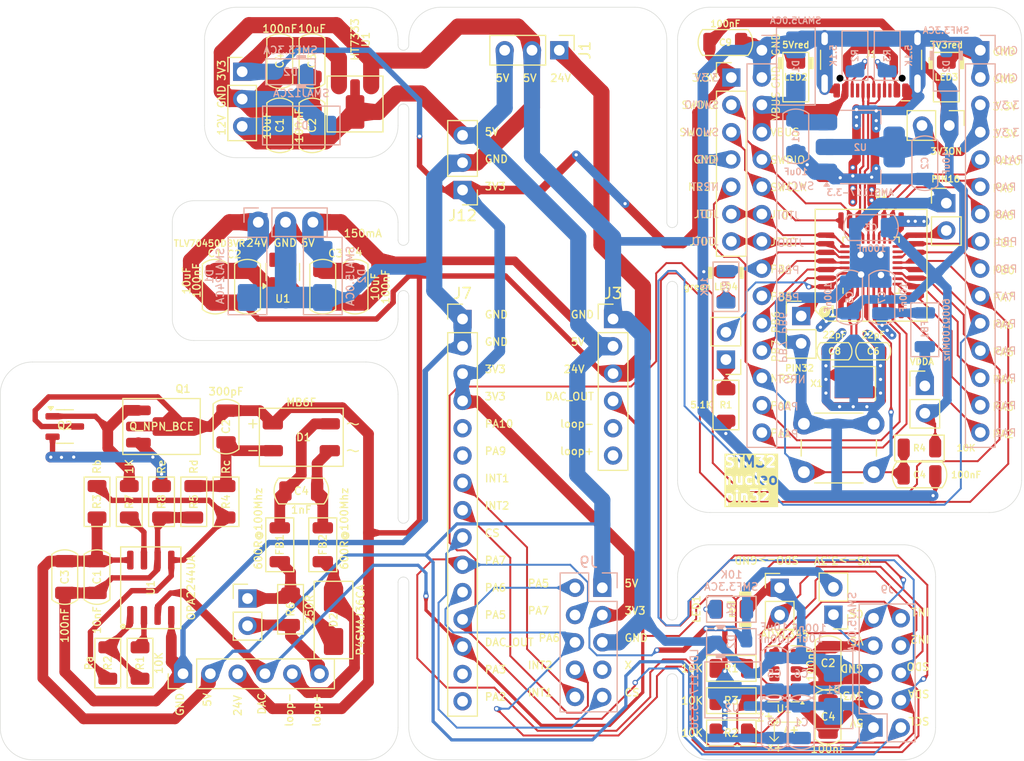
<source format=kicad_pcb>
(kicad_pcb (version 20241229) (generator "pcbnew") (generator_version "9.0")
  (layers (0 "F.Cu" signal) (2 "B.Cu" signal) (13 "F.Paste" user) (15 "B.Paste" user) (5 "F.SilkS" user "F.Silkscreen") (7 "B.SilkS" user "B.Silkscreen") (1 "F.Mask" user) (3 "B.Mask" user) (25 "Edge.Cuts" user))
  (net 0 "")
  (net 1 "+5V")
  (net 2 "GND")
  (net 3 "/DAC_OUT")
  (net 4 "/loop+")
  (net 5 "/loop-")
  (net 6 "/PA2")
  (net 7 "/PA3")
  (net 8 "/PA9")
  (net 9 "/PA10")
  (net 10 "/INT1")
  (net 11 "/CS")
  (net 12 "+3.3V")
  (net 13 "/INT2")
  (net 14 "/VS")
  (net 15 "/SDO")
  (net 16 "/SDA")
  (net 17 "/SCL")
  (net 18 "Net-(LED1-A)")
  (net 22 "Net-(D1-1)")
  (net 23 "Net-(D1-2)")
  (net 24 "/FLOAT")
  (net 25 "Net-(D2-A)")
  (net 26 "/E")
  (net 27 "Net-(R1-Pad2)")
  (net 28 "Net-(U1A--)")
  (net 29 "Net-(R7-Pad2)")
  (net 30 "Net-(U1B-+)")
  (net 31 "/B")
  (net 32 "/C")
  (net 33 "VBUS")
  (net 34 "/USB-")
  (net 35 "/NRST")
  (net 36 "VDDA")
  (net 37 "Net-(J8-Pin_1)")
  (net 39 "Net-(J1-CC1)")
  (net 41 "Net-(J1-CC2)")
  (net 42 "/BOOT0")
  (net 43 "Net-(J2-Pin_2)")
  (net 44 "/VSS2")
  (net 45 "Net-(J4-Pin_1)")
  (net 46 "/PB1")
  (net 47 "/PB7")
  (net 48 "/PB6")
  (net 49 "/PA8")
  (net 50 "/PB4")
  (net 51 "/PB0")
  (net 52 "/PB5")
  (net 53 "/PA1")
  (net 54 "/PIN3_3V")
  (net 55 "/PA0")
  (net 56 "/PA4")
  (net 57 "/USB+")
  (net 58 "/SWCLK")
  (net 59 "/SWDIO")
  (net 60 "Net-(LED4-A)")
  (net 61 "/OSC32-")
  (net 62 "/OSC32+")
  (net 63 "/JTDI")
  (net 64 "/JTDO")
  (net 67 "INT22")
  (net 68 "INT11")
  (footprint "Connector_PinHeader_2.54mm:PinHeader_1x06_P2.54mm_Vertical" (layer "F.Cu") (at 69 141 90)
    (property "Reference" "J3" (hide yes))
    (property "Value" "Conn_01x06" (hide yes))
  )
  (footprint "PCM_Diode_SMD_AKL:Diode_Bridge_MBF" (layer "F.Cu") (at 80 119)
    (property "Reference" "D1")
    (property "Value" "MB6F")
  )
  (footprint "PCM_Resistor_SMD_AKL:R_1206_3216Metric" (layer "F.Cu") (at 79 135 90)
    (property "Reference" "R6")
    (property "Value" "250R")
  )
  (footprint "PCM_Package_SO_AKL:SO-8_3.9x4.9mm_P1.27mm" (layer "F.Cu") (at 66 133 90)
    (property "Reference" "U1")
    (property "Value" "OPA2244UA")
  )
  (footprint "Connector_PinHeader_2.54mm:PinHeader_1x15_P2.54mm_Vertical" (layer "F.Cu") (at 95 108)
    (property "Reference" "J7")
    (property "Value" "Conn_01x15")
  )
  (footprint "PCM_Capacitor_SMD_AKL:C_1206_3216Metric" (layer "F.Cu") (at 78 90 90)
    (property "Reference" "C1")
    (property "Value" "10uF")
  )
  (footprint "PCM_Capacitor_SMD_AKL:C_0603_1608Metric" (layer "F.Cu") (at 129.6 111 180)
    (property "Reference" "C8")
    (property "Value" "22pF")
  )
  (footprint "PCM_Resistor_SMD_AKL:R_1206_3216Metric" (layer "F.Cu") (at 64 125 -90)
    (property "Reference" "R7")
    (property "Value" "1K")
  )
  (footprint "PCM_Capacitor_SMD_AKL:C_1206_3216Metric" (layer "F.Cu") (at 61 132 -90)
    (property "Reference" "C1")
    (property "Value" "10nF")
  )
  (footprint "Connector_PinHeader_2.54mm:PinHeader_1x02_P2.54mm_Vertical" (layer "F.Cu") (at 119.5 111.775 180)
    (property "Reference" "J2" (hide yes))
    (property "Value" "Conn_01x02" (hide yes))
  )
  (footprint "PCM_Resistor_SMD_AKL:R_1206_3216Metric" (layer "F.Cu") (at 73 125 -90)
    (property "Reference" "R4")
    (property "Value" "Rc")
  )
  (footprint "Connector_PinHeader_2.54mm:PinHeader_1x07_P2.54mm_Vertical" (layer "F.Cu") (at 120 85.54)
    (property "Reference" "J16" (hide yes))
    (property "Value" "Conn_01x07" (hide yes))
  )
  (footprint "PCM_Capacitor_SMD_AKL:C_1206_3216Metric" (layer "F.Cu") (at 119.44 82.28)
    (property "Reference" "C9")
    (property "Value" "100nF")
  )
  (footprint "Connector_PinHeader_2.54mm:PinHeader_1x03_P2.54mm_Vertical" (layer "F.Cu") (at 74.5 85)
    (property "Reference" "J1" (hide yes))
    (property "Value" "Conn_01x03" (hide yes))
  )
  (footprint "PCM_Capacitor_SMD_AKL:C_1206_3216Metric" (layer "F.Cu") (at 82 105 90)
    (property "Reference" "C3")
    (property "Value" "10uF")
  )
  (footprint "Package_TO_SOT_SMD:SOT-23-5" (layer "F.Cu") (at 78.28 103.63 90)
    (property "Reference" "U1")
    (property "Value" "TLV70450DBVR")
  )
  (footprint "PCM_Resistor_SMD_AKL:R_1206_3216Metric" (layer "F.Cu") (at 120 143.5)
    (property "Reference" "R3")
    (property "Value" "10K")
  )
  (footprint "PCM_LED_SMD_AKL:LED_1206_3216Metric" (layer "F.Cu") (at 120 135 180)
    (property "Reference" "LED1")
    (property "Value" "red")
  )
  (footprint "PCM_LED_SMD_AKL:LED_1206_3216Metric" (layer "F.Cu") (at 119.5 105 -90)
    (property "Reference" "LED4")
    (property "Value" "green")
  )
  (footprint "PCM_Resistor_SMD_AKL:R_1206_3216Metric" (layer "F.Cu") (at 67 125 90)
    (property "Reference" "R8")
    (property "Value" "Re")
  )
  (footprint "PCM_Capacitor_SMD_AKL:C_1206_3216Metric" (layer "F.Cu") (at 129 140 -90)
    (property "Reference" "C2")
    (property "Value" "100nF")
  )
  (footprint "PCM_Resistor_SMD_AKL:R_1206_3216Metric" (layer "F.Cu") (at 65 140 -90)
    (property "Reference" "R1")
    (property "Value" "10K")
  )
  (footprint "PCM_LED_SMD_AKL:LED_1206_3216Metric" (layer "F.Cu") (at 126 85.5 -90)
    (property "Reference" "LED2")
    (property "Value" "5Vred")
  )
  (footprint "Connector_PinHeader_2.54mm:PinHeader_1x02_P2.54mm_Vertical" (layer "F.Cu") (at 138 114.225)
    (property "Reference" "J8" (hide yes))
    (property "Value" "Conn_01x02" (hide yes))
  )
  (footprint "PCM_Resistor_SMD_AKL:R_1206_3216Metric" (layer "F.Cu") (at 62 140 -90)
    (property "Reference" "R2")
    (property "Value" "Ra")
  )
  (footprint "Connector_PinHeader_2.54mm:PinHeader_1x03_P2.54mm_Vertical" (layer "F.Cu") (at 95 96 180)
    (property "Reference" "J12")
    (property "Value" "Conn_01x03")
  )
  (footprint "PCM_Capacitor_SMD_AKL:C_1206_3216Metric" (layer "F.Cu") (at 85 105 90)
    (property "Reference" "C4")
    (property "Value" "100nF")
  )
  (footprint "PCM_Capacitor_SMD_AKL:C_1206_3216Metric" (layer "F.Cu") (at 137.5 122.5)
    (property "Reference" "C4")
    (property "Value" "100nF")
  )
  (footprint "Library:LQFP-32_7x7mm_P0.8mm_QFN-32-1EP_5x5mm_P0.5mm_EP3.45x3.45mm" (layer "F.Cu") (at 133 103 90)
    (property "Reference" "U1")
    (property "Value" "STM32L432K_B-C_Ux" (hide yes))
  )
  (footprint "Connector_PinHeader_2.54mm:PinHeader_1x02_P2.54mm_Vertical" (layer "F.Cu") (at 140.275 90 -90)
    (property "Reference" "J6" (hide yes))
    (property "Value" "Conn_01x02" (hide yes))
  )
  (footprint "PCM_Package_TO_SOT_SMD_AKL:SOT-89-3_BigPads" (layer "F.Cu") (at 67 118)
    (property "Reference" "Q1")
    (property "Value" "Q_NPN_BCE")
  )
  (footprint "PCM_Capacitor_SMD_AKL:C_1206_3216Metric" (layer "F.Cu") (at 129 145 90)
    (property "Reference" "C4")
    (property "Value" "100nF")
  )
  (footprint "PCM_Resistor_SMD_AKL:R_1206_3216Metric" (layer "F.Cu") (at 61 125 -90)
    (property "Reference" "R3")
    (property "Value" "Rb")
  )
  (footprint "PCM_LED_SMD_AKL:LED_1206_3216Metric" (layer "F.Cu") (at 140 85.5 -90)
    (property "Reference" "LED3")
    (property "Value" "3V3red")
  )
  (footprint "PCM_Resistor_SMD_AKL:R_1206_3216Metric" (layer "F.Cu") (at 137.5 120 180)
    (property "Reference" "R4")
    (property "Value" "10K")
  )
  (footprint "PCM_Capacitor_SMD_AKL:C_1206_3216Metric" (layer "F.Cu") (at 73 118 -90)
    (property "Reference" "C2")
    (property "Value" "300pF")
  )
  (footprint "Connector_PinHeader_2.54mm:PinHeader_1x06_P2.54mm_Vertical" (layer "F.Cu") (at 109 108)
    (property "Reference" "J3")
    (property "Value" "Conn_01x06")
  )
  (footprint "PCM_Capacitor_SMD_AKL:C_1206_3216Metric" (layer "F.Cu") (at 81 90 90)
    (property "Reference" "C2")
    (property "Value" "100nF")
  )
  (footprint "Connector_PinHeader_2.54mm:PinHeader_1x02_P2.54mm_Vertical" (layer "F.Cu") (at 140 97.225)
    (property "Reference" "J3" (hide yes))
    (property "Value" "Conn_01x02" (hide yes))
  )
  (footprint "PCM_Inductor_SMD_AKL:L_1206_3216Metric" (layer "F.Cu") (at 78 129 -90)
    (property "Reference" "FB1")
    (property "Value" "600R@100Mhz")
  )
  (footprint "PCM_Diode_SMD_AKL:D_SMA_TVS" (layer "F.Cu") (at 83 136 -90)
    (property "Reference" "D2")
    (property "Value" "P4SMAJ36CA")
  )
  (footprint "Package_TO_SOT_SMD:SOT-23-3" (layer "F.Cu") (at 58 118)
    (property "Reference" "Q2")
    (property "Value" "Q_NPN_Generic_BEC" (hide yes))
  )
  (footprint "PCM_Capacitor_SMD_AKL:C_1206_3216Metric" (layer "F.Cu") (at 78 84 -90)
    (property "Reference" "C4")
    (property "Value" "100nF")
  )
  (footprint "PCM_Resistor_SMD_AKL:R_1206_3216Metric" (layer "F.Cu") (at 120 140.5)
    (property "Reference" "R1")
    (property "Value" "10K")
  )
  (footprint "PCM_Capacitor_SMD_AKL:C_1206_3216Metric" (layer "F.Cu") (at 72 105 90)
    (property "Reference" "C1")
    (property "Value" "10uF")
  )
  (footprint "Connector_PinHeader_2.54mm:PinHeader_1x02_P2.54mm_Vertical" (layer "F.Cu") (at 124.5 133)
    (property "Reference" "J3" (hide yes))
    (property "Value" "Conn_01x02" (hide yes))
  )
  (footprint "Connector_PinHeader_2.54mm:PinHeader_1x02_P2.54mm_Vertical" (layer "F.Cu") (at 75 134)
    (property "Reference" "J1" (hide yes))
    (property "Value" "Conn_01x02" (hide yes))
  )
  (footprint "Connector_PinHeader_2.54mm:PinHeader_1x02_P2.54mm_Vertical" (layer "F.Cu") (at 129.5 135.5 180)
    (property "Reference" "J5" (hide yes))
    (property "Value" "Conn_01x02" (hide yes))
  )
  (footprint "Button_Switch_THT:SW_PUSH_6mm_H7.3mm" (layer "F.Cu") (at 126.75 117.75)
    (property "Reference" "SW1" (hide yes))
    (property "Value" "SW_Push" (hide yes))
  )
  (footprint "Connector_PinHeader_2.54mm:PinHeader_1x02_P2.54mm_Vertical" (layer "F.Cu") (at 126.5 107.725)
    (property "Reference" "J4" (hide yes))
    (property "Value" "Conn_01x02" (hide yes))
  )
  (footprint "PCM_Capacitor_SMD_AKL:C_1206_3216Metric" (layer "F.Cu") (at 58 132 -90)
    (property "Reference" "C3")
    (property "Value" "100nF")
  )
  (footprint "Connector_USB:USB_C_Receptacle_HCTL_HC-TYPE-C-16P-01A" (layer "F.Cu") (at 133 83 180)
    (property "Reference" "J1")
    (property "Value" "USB_C_Receptacle_USB2.0_16P" (hide yes))
  )
  (footprint "PCM_Capacitor_SMD_AKL:C_1206_3216Metric" (layer "F.Cu") (at 75 105 90)
    (property "Reference" "C2")
    (property "Value" "100nF")
  )
  (footprint "PCM_Capacitor_SMD_AKL:C_0603_1608Metric" (layer "F.Cu") (at 133.2 111)
    (property "Reference" "C6")
    (property "Value" "22pF")
  )
  (footprint "PCM_Resistor_SMD_AKL:R_1206_3216Metric" (layer "F.Cu") (at 70 125 -90)
    (property "Reference" "R5")
    (property "Value" "Rd")
  )
  (footprint "PCM_Capacitor_SMD_AKL:C_1206_3216Metric" (layer "F.Cu") (at 80 124)
    (property "Reference" "C4")
    (property "Value" "1nF")
  )
  (footprint "PCM_Inductor_SMD_AKL:L_1206_3216Metric" (layer "F.Cu") (at 82 129 -90)
    (property "Reference" "FB2")
    (property "Value" "600R@100Mhz")
  )
  (footprint "Package_LGA:LGA-14_3x5mm_P0.8mm_LayoutBorder1x6y" (layer "F.Cu") (at 125 141 180)
    (property "Reference" "U1")
    (property "Value" "ADXL345")
  )
  (footprint "PCM_Package_TO_SOT_SMD_AKL:SOT-89-3" (layer "F.Cu") (at 85 88 -90)
    (property "Reference" "U1")
    (property "Value" "HT7333")
  )
  (footprint "PCM_Resistor_SMD_AKL:R_1206_3216Metric" (layer "F.Cu") (at 119.5 116 90)
    (property "Reference" "R1")
    (property "Value" "5.1K")
  )
  (footprint "PCM_Capacitor_SMD_AKL:C_1206_3216Metric" (layer "F.Cu") (at 81 84 -90)
    (property "Reference" "C3")
    (property "Value" "10uF")
  )
  (footprint "Connector_PinHeader_2.54mm:PinHeader_1x03_P2.54mm_Vertical" (layer "F.Cu") (at 104 83 -90)
    (property "Reference" "J1")
    (property "Value" "Conn_01x03")
  )
  (footprint "PCM_Resistor_SMD_AKL:R_1206_3216Metric" (layer "F.Cu") (at 120 146.5)
    (property "Reference" "R2")
    (property "Value" "10K")
  )
  (footprint "Crystal:Crystal_SMD_SeikoEpson_TSX3225-4Pin_3.2x2.5mm" (layer "F.Cu") (at 131.4 114 180)
    (property "Reference" "X1")
    (property "Value" "Crystal_Generic_GND24" (hide yes))
  )
  (footprint "PCM_Capacitor_SMD_AKL:C_1206_3216Metric" (layer "B.Cu") (at 124 141 90)
    (property "Reference" "C5")
    (property "Value" "10uF")
  )
  (footprint "Connector_PinHeader_2.54mm:PinHeader_1x03_P2.54mm_Vertical" (layer "B.Cu") (at 76 99 -90)
    (property "Reference" "J1" (hide yes))
    (property "Value" "Conn_01x03" (hide yes))
  )
  (footprint "PCM_Diode_SMD_AKL:D_SMA_TVS" (layer "B.Cu") (at 82 104 90)
    (property "Reference" "D2")
    (property "Value" "SMAJ5.0CA")
  )
  (footprint "PCM_Resistor_SMD_AKL:R_1206_3216Metric" (layer "B.Cu") (at 119.5 105 -90)
    (property "Reference" "R5")
    (property "Value" "10K")
  )
  (footprint "PCM_Diode_SMD_AKL:D_SMA_TVS" (layer "B.Cu") (at 126 84.5 -90)
    (property "Reference" "D1")
    (property "Value" "SMAJ5.0CA")
  )
  (footprint "PCM_Diode_SMD_AKL:D_SOD-123F" (layer "B.Cu") (at 120 138)
    (property "Reference" "D2")
    (property "Value" "SMF3.3CA")
  )
  (footprint "PCM_Ferrite_SMD_AKL:Ferrite_1206_3216Metric" (layer "B.Cu") (at 138 109 90)
    (property "Reference" "FB1")
    (property "Value" "600Ω100Mhz")
  )
  (footprint "Connector_PinHeader_2.54mm:PinHeader_2x05_P2.54mm_Vertical" (layer "B.Cu") (at 133.225 146)
    (property "Reference" "J9")
    (property "Value" "Conn_02x05_Odd_Even" (hide yes))
  )
  (footprint "PCM_Capacitor_SMD_AKL:C_1206_3216Metric" (layer "B.Cu") (at 131 106 90)
    (property "Reference" "C5")
    (property "Value" "100nF")
  )
  (footprint "Connector_PinHeader_2.54mm:PinHeader_2x05_P2.54mm_Vertical" (layer "B.Cu") (at 108 133 180)
    (property "Reference" "J9")
    (property "Value" "Conn_02x05_Odd_Even")
  )
  (footprint "PCM_Resistor_SMD_AKL:R_1206_3216Metric" (layer "B.Cu") (at 120 135 180)
    (property "Reference" "R4")
    (property "Value" "10K")
  )
  (footprint "PCM_Capacitor_SMD_AKL:C_1206_3216Metric" (layer "B.Cu") (at 126 91 -90)
    (property "Reference" "C1")
    (property "Value" "10uF")
  )
  (footprint "Connector_PinHeader_2.54mm:PinHeader_1x15_P2.54mm_Vertical" (layer "B.Cu") (at 122.84 83 180)
    (property "Reference" "J5" (hide yes))
    (property "Value" "Conn_01x15" (hide yes))
  )
  (footprint "PCM_Capacitor_SMD_AKL:C_1206_3216Metric" (layer "B.Cu") (at 134 106 90)
    (property "Reference" "C7")
    (property "Value" "100nF")
  )
  (footprint "PCM_Capacitor_SMD_AKL:C_1206_3216Metric" (layer "B.Cu") (at 126.5 145.5 -90)
    (property "Reference" "C1")
    (property "Value" "10uF")
  )
  (footprint "PCM_Diode_SMD_AKL:D_SOD-123F" (layer "B.Cu") (at 140 84.5 -90)
    (property "Reference" "D2")
    (property "Value" "SMF3.3CA")
  )
  (footprint "PCM_Diode_SMD_AKL:D_SMA_TVS" (layer "B.Cu") (at 75 104 90)
    (property "Reference" "D1")
    (property "Value" "SMAJ24CA")
  )
  (footprint "PCM_Capacitor_SMD_AKL:C_1206_3216Metric" (layer "B.Cu") (at 126.5 141 90)
    (property "Reference" "C6")
    (property "Value" "100nF")
  )
  (footprint "PCM_Resistor_SMD_AKL:R_1206_3216Metric" (layer "B.Cu") (at 131.5 83.5 90)
    (property "Reference" "R2")
    (property "Value" "5.1K")
  )
  (footprint "PCM_Capacitor_SMD_AKL:C_1206_3216Metric" (layer "B.Cu") (at 124 145.5 -90)
    (property "Reference" "C3")
    (property "Value" "100nF")
  )
  (footprint "PCM_Diode_SMD_AKL:D_SOD-123F" (layer "B.Cu") (at 79 85 180)
    (property "Reference" "D2")
    (property "Value" "SMF3.3CA")
  )
  (footprint "PCM_Package_TO_SOT_SMD_AKL:SOT-89-3" (layer "B.Cu") (at 120.14 142.5 180)
    (property "Reference" "U2")
    (property "Value" "LDI1117-3.3U")
  )
  (footprint "PCM_Diode_SMD_AKL:D_SMA_TVS" (layer "B.Cu") (at 129.5 142.5 -90)
    (property "Reference" "D1")
    (property "Value" "SMAJ5.0CA")
  )
  (footprint "PCM_Resistor_SMD_AKL:R_1206_3216Metric" (layer "B.Cu") (at 134.5 83.5 90)
    (property "Reference" "R3")
    (property "Value" "5.1K")
  )
  (footprint "Connector_PinHeader_2.54mm:PinHeader_1x15_P2.54mm_Vertical" (layer "B.Cu") (at 143.16 83 180)
    (property "Reference" "J7" (hide yes))
    (property "Value" "Conn_01x15" (hide yes))
  )
  (footprint "PCM_Diode_SMD_AKL:D_SMA_TVS" (layer "B.Cu") (at 80 90 180)
    (property "Reference" "D1")
    (property "Value" "SMAJ12CA")
  )
  (footprint "PCM_Capacitor_SMD_AKL:C_1206_3216Metric" (layer "B.Cu") (at 138 93.5 -90)
    (property "Reference" "C2")
    (property "Value" "10uF")
  )
  (footprint "PCM_Capacitor_SMD_AKL:C_1206_3216Metric" (layer "B.Cu") (at 133 99.5 180)
    (property "Reference" "C3")
    (property "Value" "100nF")
  )
  (footprint "Package_TO_SOT_SMD:SOT-223-3_TabPin2" (layer "B.Cu") (at 132 92)
    (property "Reference" "U2")
    (property "Value" "AMS1117-3.3")
  )
  (gr_rect (start 131.38 101.37) (end 134.62 104.65) (stroke (width 0.2)) (fill yes) (layer "B.Cu") (net 2))
  (gr_poly (pts (xy 131.07 109.55) (xy 129.69 110.94) (xy 129.71 115.24) (xy 133.09 115.21) (xy 133.08 110.99) (xy 131.77 109.55)) (stroke (width 0.2)) (fill yes) (layer "B.Cu") (net 2))
  (gr_line (start 124 145.5) (end 124 147.27) (stroke (width 0.1)) (layer "F.SilkS"))
  (gr_line (start 126.5 145.5) (end 126.07 145.07) (stroke (width 0.1)) (layer "F.SilkS"))
  (gr_line (start 124 145.5) (end 126.5 145.5) (stroke (width 0.1)) (layer "F.SilkS"))
  (gr_line (start 124 147.27) (end 124.4 146.87) (stroke (width 0.1)) (layer "F.SilkS"))
  (gr_line (start 124 147.27) (end 123.57 146.84) (stroke (width 0.1)) (layer "F.SilkS"))
  (gr_line (start 126.5 145.5) (end 126.04 145.96) (stroke (width 0.1)) (layer "F.SilkS"))
  (gr_circle (center 124 145.5) (end 123.8 145.3) (stroke (width 0.1)) (fill no) (layer "F.SilkS"))
  (gr_arc (start 89 132.5) (mid 89.146447 132.146447) (end 89.5 132) (stroke (width 0.05)) (layer "Edge.Cuts"))
  (gr_line (start 115 135.5) (end 115 132) (stroke (width 0.05)) (layer "Edge.Cuts"))
  (gr_arc (start 90 82) (mid 90.87868 79.87868) (end 93 79) (stroke (width 0.05)) (layer "Edge.Cuts"))
  (gr_arc (start 114 141.5) (mid 114.146447 141.146447) (end 114.5 141) (stroke (width 0.05)) (layer "Edge.Cuts"))
  (gr_arc (start 89 146) (mid 88.12132 148.12132) (end 86 149) (stroke (width 0.05)) (layer "Edge.Cuts"))
  (gr_line (start 89 146) (end 89 132.5) (stroke (width 0.05)) (layer "Edge.Cuts"))
  (gr_arc (start 118 149) (mid 115.87868 148.12132) (end 115 146) (stroke (width 0.05)) (layer "Edge.Cuts"))
  (gr_arc (start 89.5 105.353553) (mid 89.853553 105.5) (end 90 105.853553) (stroke (width 0.05)) (layer "Edge.Cuts"))
  (gr_line (start 115 141.5) (end 115 146) (stroke (width 0.05)) (layer "Edge.Cuts"))
  (gr_line (start 118 129) (end 136 129) (stroke (width 0.05)) (layer "Edge.Cuts"))
  (gr_arc (start 89 90) (mid 88.12132 92.12132) (end 86 93) (stroke (width 0.05)) (layer "Edge.Cuts"))
  (gr_line (start 115 105) (end 115 123) (stroke (width 0.05)) (layer "Edge.Cuts"))
  (gr_arc (start 147 123) (mid 146.12132 125.12132) (end 144 126) (stroke (width 0.05)) (layer "Edge.Cuts"))
  (gr_line (start 52 146) (end 52 115) (stroke (width 0.05)) (layer "Edge.Cuts"))
  (gr_arc (start 118 126) (mid 115.87868 125.12132) (end 115 123) (stroke (width 0.05)) (layer "Edge.Cuts"))
  (gr_line (start 74 79) (end 86 79) (stroke (width 0.05)) (layer "Edge.Cuts"))
  (gr_arc (start 114.5 136) (mid 114.146447 135.853553) (end 114 135.5) (stroke (width 0.05)) (layer "Edge.Cuts"))
  (gr_line (start 89 108) (end 89 105.853553) (stroke (width 0.05)) (layer "Edge.Cuts"))
  (gr_line (start 114 135.5) (end 114 105) (stroke (width 0.05)) (layer "Edge.Cuts"))
  (gr_arc (start 55 149) (mid 52.87868 148.12132) (end 52 146) (stroke (width 0.05)) (layer "Edge.Cuts"))
  (gr_arc (start 93 149) (mid 90.87868 148.12132) (end 90 146) (stroke (width 0.05)) (layer "Edge.Cuts"))
  (gr_arc (start 89.5 88) (mid 89.853553 88.146447) (end 90 88.5) (stroke (width 0.05)) (layer "Edge.Cuts"))
  (gr_line (start 136 149) (end 118 149) (stroke (width 0.05)) (layer "Edge.Cuts"))
  (gr_arc (start 52 115) (mid 52.87868 112.87868) (end 55 112) (stroke (width 0.05)) (layer "Edge.Cuts"))
  (gr_arc (start 115 82) (mid 115.87868 79.87868) (end 118 79) (stroke (width 0.05)) (layer "Edge.Cuts"))
  (gr_line (start 87 110) (end 70 110) (stroke (width 0.05)) (layer "Edge.Cuts"))
  (gr_line (start 90 82.5) (end 90 82) (stroke (width 0.05)) (layer "Edge.Cuts"))
  (gr_line (start 115 99) (end 115 82) (stroke (width 0.05)) (layer "Edge.Cuts"))
  (gr_arc (start 89.5 83) (mid 89.146447 82.853553) (end 89 82.5) (stroke (width 0.05)) (layer "Edge.Cuts"))
  (gr_arc (start 115 99) (mid 114.853553 99.353553) (end 114.5 99.5) (stroke (width 0.05)) (layer "Edge.Cuts"))
  (gr_line (start 114 82) (end 114 99) (stroke (width 0.05)) (layer "Edge.Cuts"))
  (gr_arc (start 115 132) (mid 115.87868 129.87868) (end 118 129) (stroke (width 0.05)) (layer "Edge.Cuts"))
  (gr_line (start 111 149) (end 93 149) (stroke (width 0.05)) (layer "Edge.Cuts"))
  (gr_arc (start 89.5 132) (mid 89.853553 132.146447) (end 90 132.5) (stroke (width 0.05)) (layer "Edge.Cuts"))
  (gr_arc (start 89.5 127) (mid 89.146447 126.853553) (end 89 126.5) (stroke (width 0.05)) (layer "Edge.Cuts"))
  (gr_arc (start 90 82.5) (mid 89.853553 82.853553) (end 89.5 83) (stroke (width 0.05)) (layer "Edge.Cuts"))
  (gr_arc (start 136 129) (mid 138.12132 129.87868) (end 139 132) (stroke (width 0.05)) (layer "Edge.Cuts"))
  (gr_arc (start 86 79) (mid 88.12132 79.87868) (end 89 82) (stroke (width 0.05)) (layer "Edge.Cuts"))
  (gr_arc (start 144 79) (mid 146.12132 79.87868) (end 147 82) (stroke (width 0.05)) (layer "Edge.Cuts"))
  (gr_arc (start 114.5 141) (mid 114.853553 141.146447) (end 115 141.5) (stroke (width 0.05)) (layer "Edge.Cuts"))
  (gr_arc (start 114 105) (mid 114.146447 104.646447) (end 114.5 104.5) (stroke (width 0.05)) (layer "Edge.Cuts"))
  (gr_arc (start 89.5 101.146447) (mid 89.146447 101) (end 89 100.646447) (stroke (width 0.05)) (layer "Edge.Cuts"))
  (gr_line (start 118 79) (end 144 79) (stroke (width 0.05)) (layer "Edge.Cuts"))
  (gr_line (start 139 132) (end 139 146) (stroke (width 0.05)) (layer "Edge.Cuts"))
  (gr_arc (start 89 105.853553) (mid 89.146447 105.5) (end 89.5 105.353553) (stroke (width 0.05)) (layer "Edge.Cuts"))
  (gr_arc (start 139 146) (mid 138.12132 148.12132) (end 136 149) (stroke (width 0.05)) (layer "Edge.Cuts"))
  (gr_arc (start 74 93) (mid 71.87868 92.12132) (end 71 90) (stroke (width 0.05)) (layer "Edge.Cuts"))
  (gr_line (start 93 79) (end 111 79) (stroke (width 0.05)) (layer "Edge.Cuts"))
  (gr_line (start 90 132.5) (end 90 146) (stroke (width 0.05)) (layer "Edge.Cuts"))
  (gr_line (start 68 108) (end 68 99) (stroke (width 0.05)) (layer "Edge.Cuts"))
  (gr_line (start 86 149) (end 55 149) (stroke (width 0.05)) (layer "Edge.Cuts"))
  (gr_line (start 89 115) (end 89 126.5) (stroke (width 0.05)) (layer "Edge.Cuts"))
  (gr_line (start 147 82) (end 147 123) (stroke (width 0.05)) (layer "Edge.Cuts"))
  (gr_arc (start 114 146) (mid 113.12132 148.12132) (end 111 149) (stroke (width 0.05)) (layer "Edge.Cuts"))
  (gr_arc (start 90 100.646447) (mid 89.853553 101) (end 89.5 101.146447) (stroke (width 0.05)) (layer "Edge.Cuts"))
  (gr_arc (start 86 112) (mid 88.12132 112.87868) (end 89 115) (stroke (width 0.05)) (layer "Edge.Cuts"))
  (gr_arc (start 87 97) (mid 88.414214 97.585786) (end 89 99) (stroke (width 0.05)) (layer "Edge.Cuts"))
  (gr_line (start 55 112) (end 86 112) (stroke (width 0.05)) (layer "Edge.Cuts"))
  (gr_line (start 89.000001 100.653328) (end 89.000001 99) (stroke (width 0.05)) (layer "Edge.Cuts"))
  (gr_arc (start 89 88.5) (mid 89.146447 88.146447) (end 89.5 88) (stroke (width 0.05)) (layer "Edge.Cuts"))
  (gr_arc (start 68 99) (mid 68.585786 97.585786) (end 70 97) (stroke (width 0.05)) (layer "Edge.Cuts"))
  (gr_arc (start 115 135.5) (mid 114.853553 135.853553) (end 114.5 136) (stroke (width 0.05)) (layer "Edge.Cuts"))
  (gr_arc (start 71 82) (mid 71.87868 79.87868) (end 74 79) (stroke (width 0.05)) (layer "Edge.Cuts"))
  (gr_line (start 89 82) (end 89 82.5) (stroke (width 0.05)) (layer "Edge.Cuts"))
  (gr_arc (start 114.5 99.5) (mid 114.146447 99.353553) (end 114 99) (stroke (width 0.05)) (layer "Edge.Cuts"))
  (gr_arc (start 114.5 104.5) (mid 114.853553 104.646447) (end 115 105) (stroke (width 0.05)) (layer "Edge.Cuts"))
  (gr_line (start 70 97) (end 87 97) (stroke (width 0.05)) (layer "Edge.Cuts"))
  (gr_line (start 90 126.5) (end 90 105.860455) (stroke (width 0.05)) (layer "Edge.Cuts"))
  (gr_line (start 71 90) (end 71 82) (stroke (width 0.05)) (layer "Edge.Cuts"))
  (gr_arc (start 111 79) (mid 113.12132 79.87868) (end 114 82) (stroke (width 0.05)) (layer "Edge.Cuts"))
  (gr_line (start 86 93) (end 74 93) (stroke (width 0.05)) (layer "Edge.Cuts"))
  (gr_arc (start 89 108) (mid 88.414214 109.414214) (end 87 110) (stroke (width 0.05)) (layer "Edge.Cuts"))
  (gr_arc (start 90 126.5) (mid 89.853553 126.853553) (end 89.5 127) (stroke (width 0.05)) (layer "Edge.Cuts"))
  (gr_line (start 89 90) (end 89 88.5) (stroke (width 0.05)) (layer "Edge.Cuts"))
  (gr_line (start 114 146) (end 114 141.5) (stroke (width 0.05)) (layer "Edge.Cuts"))
  (gr_line (start 144 126) (end 118 126) (stroke (width 0.05)) (layer "Edge.Cuts"))
  (gr_line (start 90 100.6464) (end 90 88.5) (stroke (width 0.05)) (layer "Edge.Cuts"))
  (gr_arc (start 70 110) (mid 68.585786 109.414214) (end 68 108) (stroke (width 0.05)) (layer "Edge.Cuts"))
  (gr_text "GND" (at 105 108 0) (layer "F.SilkS") (effects (font (size 0.7 0.7) (thickness 0.12) (bold yes)) (justify left bottom)))
  (gr_text "PA10" (at 144.24 93.73 0) (layer "F.SilkS") (effects (font (size 0.7 0.7) (thickness 0.1)) (justify left bottom)))
  (gr_text "24V" (at 103.08 86 0) (layer "F.SilkS") (effects (font (size 0.7 0.7) (thickness 0.12) (bold yes)) (justify left bottom)))
  (gr_text "VBUS" (at 124.56 89.6 90) (layer "F.SilkS") (effects (font (size 0.7 0.7) (thickness 0.1)) (justify left bottom)))
  (gr_text "PA6" (at 144.24 108.97 0) (layer "F.SilkS") (effects (font (size 0.7 0.7) (thickness 0.1)) (justify left bottom)))
  (gr_text "5V" (at 100.54 86 0) (layer "F.SilkS") (effects (font (size 0.7 0.7) (thickness 0.12) (bold yes)) (justify left bottom)))
  (gr_text "3V3" (at 110 135.54 0) (layer "F.SilkS") (effects (font (size 0.7 0.7) (thickness 0.12) (bold yes)) (justify left bottom)))
  (gr_text "+y" (at 126.38 145.88 180) (layer "F.SilkS") (effects (font (size 0.7 0.7)) (justify left bottom)))
  (gr_text "PA3" (at 97 141.02 0) (layer "F.SilkS") (effects (font (size 0.7 0.7) (thickness 0.12) (bold yes)) (justify left bottom)))
  (gr_text "PB4" (at 123.56 103.78 0) (layer "F.SilkS") (effects (font (size 0.7 0.7) (thickness 0.1)) (justify left bottom)))
  (gr_text "3.3V" (at 144.24 91.19 0) (layer "F.SilkS") (effects (font (size 0.7 0.7) (thickness 0.1)) (justify left bottom)))
  (gr_text "5V\n" (at 104.999999 110.54 0) (layer "F.SilkS") (effects (font (size 0.7 0.7) (thickness 0.12) (bold yes)) (justify left bottom)))
  (gr_text "GND\n" (at 77.36 101.33 0) (layer "F.SilkS") (effects (font (size 0.7 0.7) (thickness 0.12) (bold yes)) (justify left bottom)))
  (gr_text "PA7" (at 101 135.54 0) (layer "F.SilkS") (effects (font (size 0.7 0.7) (thickness 0.12) (bold yes)) (justify left bottom)))
  (gr_text "3V3" (at 73 85.92 90) (layer "F.SilkS") (effects (font (size 0.7 0.7) (thickness 0.12) (bold yes)) (justify left bottom)))
  (gr_text "PA7" (at 97 130.86 0) (layer "F.SilkS") (effects (font (size 0.7 0.7) (thickness 0.12) (bold yes)) (justify left bottom)))
  (gr_text "GND" (at 97 108 0) (layer "F.SilkS") (effects (font (size 0.7 0.7) (thickness 0.12) (bold yes)) (justify left bottom)))
  (gr_text "loop+" (at 104 120.7 0) (layer "F.SilkS") (effects (font (size 0.7 0.7) (thickness 0.12) (bold yes)) (justify left bottom)))
  (gr_text "24V" (at 74.82 101.33 0) (layer "F.SilkS") (effects (font (size 0.7 0.7) (thickness 0.12) (bold yes)) (justify left bottom)))
  (gr_text "24V" (at 74.5 145 90) (layer "F.SilkS") (effects (font (size 0.7 0.7) (thickness 0.12) (bold yes)) (justify left bottom)))
  (gr_text "PA0" (at 123.56 116.48 0) (layer "F.SilkS") (effects (font (size 0.7 0.7) (thickness 0.1)) (justify left bottom)))
  (gr_text "IN2" (at 138.49 137.36 180) (layer "F.SilkS") (effects (font (size 0.7 0.7) (thickness 0.12) (bold yes)) (justify left bottom)))
  (gr_text "GND\n" (at 144.24 86.11 0) (layer "F.SilkS") (effects (font (size 0.7 0.7) (thickness 0.1)) (justify left bottom)))
  (gr_text "12V" (at 73 91 90) (layer "F.SilkS") (effects (font (size 0.7 0.7) (thickness 0.12) (bold yes)) (justify left bottom)))
  (gr_text "5V" (at 97 91 0) (layer "F.SilkS") (effects (font (size 0.7 0.7) (thickness 0.12) (bold yes)) (justify left bottom)))
  (gr_text "GND" (at 73 88.46 90) (layer "F.SilkS") (effects (font (size 0.7 0.7) (thickness 0.12) (bold yes)) (justify left bottom)))
  (gr_text "JTDI" (at 123.56 98.7 0) (layer "F.SilkS") (effects (font (size 0.7 0.7) (thickness 0.1)) (justify left bottom)))
  (gr_text "STM32\nnucleo\npin32" (at 119.25 125.09 0) (layer "F.SilkS" knockout) (effects (font (size 1 1) (thickness 0.2) (bold yes)) (justify left bottom)))
  (gr_text "5V" (at 110 133 0) (layer "F.SilkS") (effects (font (size 0.7 0.7) (thickness 0.12) (bold yes)) (justify left bottom)))
  (gr_text "INT1" (at 97 123.24 0) (layer "F.SilkS") (effects (font (size 0.7 0.7) (thickness 0.12) (bold yes)) (justify left bottom)))
  (gr_text "VS->3.3V" (at 133.03 130.04 180) (layer "F.SilkS") (effects (font (size 0.7 0.7) (thickness 0.12) (bold yes)) (justify left bottom)))
  (gr_text "3V3\n" (at 97 113.08 0) (layer "F.SilkS") (effects (font (size 0.7 0.7) (thickness 0.12) (bold yes)) (justify left bottom)))
  (gr_text "3V3" (at 132.375 142.61 180) (layer "F.SilkS") (effects (font (size 0.7 0.7) (thickness 0.12) (bold yes)) (justify left bottom)))
  (gr_text "IN1" (at 138.49 134.82 180) (layer "F.SilkS") (effects (font (size 0.7 0.7) (thickness 0.12) (bold yes)) (justify left bottom)))
  (gr_text "VS" (at 132.375 137.53 180) (layer "F.SilkS") (effects (font (size 0.7 0.7) (thickness 0.12) (bold yes)) (justify left bottom)))
  (gr_text "+x" (at 124.9 147.550001 180) (layer "F.SilkS") (effects (font (size 0.7 0.7)) (justify left bottom)))
  (gr_text "150mA" (at 83.88 100.45 0) (layer "F.SilkS") (effects (font (size 0.7 0.7) (thickness 0.12) (bold yes)) (justify left bottom)))
  (gr_text "GND" (at 97 110.54 0) (layer "F.SilkS") (effects (font (size 0.7 0.7) (thickness 0.12) (bold yes)) (justify left bottom)))
  (gr_text "SDO->GND" (at 126.35 130.01 180) (layer "F.SilkS") (effects (font (size 0.7 0.7) (thickness 0.12) (bold yes)) (justify left bottom)))
  (gr_text "5V" (at 71.67 144.133334 90) (layer "F.SilkS") (effects (font (size 0.7 0.7) (thickness 0.12) (bold yes)) (justify left bottom)))
  (gr_text "GND" (at 116.4 93.59 0) (layer "F.SilkS") (effects (font (size 0.7 0.7) (thickness 0.1)) (justify left bottom)))
  (gr_text "CS" (at 110 143.16 0) (layer "F.SilkS") (effects (font (size 0.7 0.7) (thickness 0.12) (bold yes)) (justify left bottom)))
  (gr_text "PB6" (at 124.56 109.38 90) (layer "F.SilkS") (effects (font (size 0.7 0.7) (thickness 0.1)) (justify left bottom)))
  (gr_text "PB5" (at 123.56 106.32 0) (layer "F.SilkS") (effects (font (size 0.7 0.7) (thickness 0.1)) (justify left bottom)))
  (gr_text "3.3V" (at 116.266666 85.97 0) (layer "F.SilkS") (effects (font (size 0.7 0.7) (thickness 0.1)) (justify left bottom)))
  (gr_text "PA7" (at 144.24 106.43 0) (layer "F.SilkS") (effects (font (size 0.7 0.7) (thickness 0.1)) (justify left bottom)))
  (gr_text "PA5" (at 101 133 0) (layer "F.SilkS") (effects (font (size 0.7 0.7) (thickness 0.12) (bold yes)) (justify left bottom)))
  (gr_text "PA1" (at 123.56 119.02 0) (layer "F.SilkS") (effects (font (size 0.7 0.7) (thickness 0.1)) (justify left bottom)))
  (gr_text "5V" (at 132.375 145.15 180) (layer "F.SilkS") (effects (font (size 0.7 0.7) (thickness 0.12) (bold yes)) (justify left bottom)))
  (gr_text "PB7" (at 124.56 112.07 90) (layer "F.SilkS") (effects (font (size 0.7 0.7) (thickness 0.1)) (justify left bottom)))
  (gr_text "JTDI" (at 116.433334 98.67 0) (layer "F.SilkS") (effects (font (size 0.7 0.7) (thickness 0.1)) (justify left bottom)))
  (gr_text "SWDIO" (at 123.56 93.62 0) (layer "F.SilkS") (effects (font (size 0.7 0.7) (thickness 0.1)) (justify left bottom)))
  (gr_text "PIN16" (at 138.53 95.33 0) (layer "F.SilkS") (effects (font (size 0.6 0.6) (thickness 0.12) (bold yes)) (justify left bottom)))
  (gr_text "PA10\n" (at 97 118.16 0) (layer "F.SilkS") (effects (font (size 0.7 0.7) (thickness 0.12) (bold yes)) (justify left bottom)))
  (gr_text "GND\n" (at 69.13 145 90) (layer "F.SilkS") (effects (font (size 0.7 0.7) (thickness 0.12) (bold yes)) (justify left bottom)))
  (gr_text "PB0" (at 144.24 103.89 0) (layer "F.SilkS") (effects (font (size 0.7 0.7) (thickness 0.1)) (justify left bottom)))
  (gr_text "SWCLK" (at 123.56 96.16 0) (layer "F.SilkS") (effects (font (size 0.7 0.7) (thickness 0.1)) (justify left bottom)))
  (gr_text "3V3ON" (at 138.46 92.75 0) (layer "F.SilkS") (effects (font (size 0.6 0.6) (thickness 0.12) (bold yes)) (justify left bottom)))
  (gr_text "3.3V" (at 144.24 88.65 0) (layer "F.SilkS") (effects (font (size 0.7 0.7) (thickness 0.1)) (justify left bottom)))
  (gr_text "PA2" (at 97 143.56 0) (layer "F.SilkS") (effects (font (size 0.7 0.7) (thickness 0.12) (bold yes)) (justify left bottom)))
  (gr_text "DAC" (at 76.75 144.866667 90) (layer "F.SilkS") (effects (font (size 0.7 0.7) (thickness 0.12) (bold yes)) (justify left bottom)))
  (gr_text "PA2" (at 144.24 119.13 0) (layer "F.SilkS") (effects (font (size 0.7 0.7) (thickness 0.1)) (justify left bottom)))
  (gr_text "PA9" (at 97 120.7 0) (layer "F.SilkS") (effects (font (size 0.7 0.7) (thickness 0.12) (bold yes)) (justify left bottom)))
  (gr_text "PA5" (at 97 135.94 0) (layer "F.SilkS") (effects (font (size 0.7 0.7) (thickness 0.12) (bold yes)) (justify left bottom)))
  (gr_text "SDA" (at 138.49 142.44 180) (layer "F.SilkS") (effects (font (size 0.7 0.7) (thickness 0.12) (bold yes)) (justify left bottom)))
  (gr_text "SWCLK" (at 115.099999 91.05 0) (layer "F.SilkS") (effects (font (size 0.7 0.7) (thickness 0.1)) (justify left bottom)))
  (gr_text "DAC_OUT" (at 97 138.48 0) (layer "F.SilkS") (effects (font (size 0.7 0.7) (thickness 0.12) (bold yes)) (justify left bottom)))
  (gr_text "GND\n" (at 124.56 83.61 90) (layer "F.SilkS") (effects (font (size 0.7 0.7) (thickness 0.1)) (justify left bottom)))
  (gr_text "GND" (at 110 138.08 0) (layer "F.SilkS") (effects (font (size 0.7 0.7) (thickness 0.12) (bold yes)) (justify left bottom)))
  (gr_text "VDDA" (at 136.53 112.32 0) (layer "F.SilkS") (effects (font (size 0.6 0.6) (thickness 0.12) (bold yes)) (justify left bottom)))
  (gr_text "PA9" (at 144.24 96.27 0) (layer "F.SilkS") (effects (font (size 0.7 0.7) (thickness 0.1)) (justify left bottom)))
  (gr_text "PA8" (at 144.24 98.81 0) (layer "F.SilkS") (effects (font (size 0.7 0.7) (thickness 0.1)) (justify left bottom)))
  (gr_text "NRST" (at 123.56 113.94 0) (layer "F.SilkS") (effects (font (size 0.7 0.7) (thickness 0.1)) (justify left bottom)))
  (gr_text "INT1\n" (at 101 143.16 0) (layer "F.SilkS") (effects (font (size 0.7 0.7) (thickness 0.12) (bold yes)) (justify left bottom)))
  (gr_text "GND\n" (at 144.24 83.57 0) (layer "F.SilkS") (effects (font (size 0.7 0.7) (thickness 0.1)) (justify left bottom)))
  (gr_text "CS" (at 97 128.32 0) (layer "F.SilkS") (effects (font (size 0.7 0.7) (thickness 0.12) (bold yes)) (justify left bottom)))
  (gr_text "PA6" (at 97 133.4 0) (layer "F.SilkS") (effects (font (size 0.7 0.7) (thickness 0.12) (bold yes)) (justify left bottom)))
  (gr_text "VBUS" (at 123.56 91.04 0) (layer "F.SilkS") (effects (font (size 0.7 0.7) (thickness 0.1)) (justify left bottom)))
  (gr_text "JTDO" (at 123.56 101.24 0) (layer "F.SilkS") (effects (font (size 0.7 0.7) (thickness 0.1)) (justify left bottom)))
  (gr_text "+Z" (at 124 144.599999 180) (layer "F.SilkS") (effects (font (size 0.7 0.7)) (justify left bottom)))
  (gr_text "PA4" (at 144.24 114.05 0) (layer "F.SilkS") (effects (font (size 0.7 0.7) (thickness 0.1)) (justify left bottom)))
  (gr_text "PA3" (at 144.24 116.59 0) (layer "F.SilkS") (effects (font (size 0.7 0.7) (thickness 0.1)) (justify left bottom)))
  (gr_text "NRST" (at 115.9 96.13 0) (layer "F.SilkS") (effects (font (size 0.7 0.7) (thickness 0.1)) (justify left bottom)))
  (gr_text "loop-" (at 104 118.16 0) (layer "F.SilkS") (effects (font (size 0.7 0.7) (thickness 0.12) (bold yes)) (justify left bottom)))
  (gr_text "loop+\n" (at 81.83 146 90) (layer "F.SilkS") (effects (font (size 0.7 0.7) (thickness 0.12) (bold yes)) (justify left bottom)))
  (gr_text "DAC_OUT" (at 102.600001 115.62 0) (layer "F.SilkS") (effects (font (size 0.7 0.7) (thickness 0.12) (bold yes)) (justify left bottom)))
  (gr_text "X" (at 110 140.62 0) (layer "F.SilkS") (effects (font (size 0.7 0.7) (thickness 0.12) (bold yes)) (justify left bottom)))
  (gr_text "CS" (at 132.375 134.99 180) (layer "F.SilkS") (effects (font (size 0.7 0.7) (thickness 0.12) (bold yes)) (justify left bottom)))
  (gr_text "24V" (at 104.333332 113.08 0) (layer "F.SilkS") (effects (font (size 0.7 0.7) (thickness 0.12) (bold yes)) (justify left bottom)))
  (gr_text "SDO" (at 138.49 139.9 180) (layer "F.SilkS") (effects (font (size 0.7 0.7) (thickness 0.12) (bold yes)) (justify left bottom)))
  (gr_text "PIN32" (at 124.94 112.92 0) (layer "F.SilkS") (effects (font (size 0.6 0.6) (thickness 0.12) (bold yes)) (justify left bottom)))
  (gr_text "SCL" (at 138.49 144.98 180) (layer "F.SilkS") (effects (font (size 0.7 0.7) (thickness 0.12) (bold yes)) (justify left bottom)))
  (gr_text "5V" (at 98 86 0) (layer "F.SilkS") (effects (font (size 0.7 0.7) (thickness 0.12) (bold yes)) (justify left bottom)))
  (gr_text "INT2" (at 101 140.62 0) (layer "F.SilkS") (effects (font (size 0.7 0.7) (thickness 0.12) (bold yes)) (justify left bottom)))
  (gr_text "3V3" (at 97 96.08 0) (layer "F.SilkS") (effects (font (size 0.7 0.7) (thickness 0.12) (bold yes)) (justify left bottom)))
  (gr_text "loop-" (at 79.29 146 90) (layer "F.SilkS") (effects (font (size 0.7 0.7) (thickness 0.12) (bold yes)) (justify left bottom)))
  (gr_text "INT2" (at 97 125.78 0) (layer "F.SilkS") (effects (font (size 0.7 0.7) (thickness 0.12) (bold yes)) (justify left bottom)))
  (gr_text "PA5" (at 144.24 111.51 0) (layer "F.SilkS") (effects (font (size 0.7 0.7) (thickness 0.1)) (justify left bottom)))
  (gr_text "JTDO" (at 116.033334 101.21 0) (layer "F.SilkS") (effects (font (size 0.7 0.7) (thickness 0.1)) (justify left bottom)))
  (gr_text "GND" (at 97 93.54 0) (layer "F.SilkS") (effects (font (size 0.7 0.7) (thickness 0.12) (bold yes)) (justify left bottom)))
  (gr_text "PB1" (at 144.24 101.35 0) (layer "F.SilkS") (effects (font (size 0.7 0.7) (thickness 0.1)) (justify left bottom)))
  (gr_text "SWDIO" (at 115.3 88.51 0) (layer "F.SilkS") (effects (font (size 0.7 0.7) (thickness 0.1)) (justify left bottom)))
  (gr_text "GND\n" (at 124.56 86.65 90) (layer "F.SilkS") (effects (font (size 0.7 0.7) (thickness 0.1)) (justify left bottom)))
  (gr_text "3V3" (at 97 115.62 0) (layer "F.SilkS") (effects (font (size 0.7 0.7) (thickness 0.12) (bold yes)) (justify left bottom)))
  (gr_text "PA6" (at 102 138.08 0) (layer "F.SilkS") (effects (font (size 0.7 0.7) (thickness 0.12) (bold yes)) (justify left bottom)))
  (gr_text "GND\n" (at 132.375 140.07 180) (layer "F.SilkS") (effects (font (size 0.7 0.7) (thickness 0.12) (bold yes)) (justify left bottom)))
  (gr_text "5V" (at 79.9 101.33 0) (layer "F.SilkS") (effects (font (size 0.7 0.7) (thickness 0.12) (bold yes)) (justify left bottom)))
  (gr_text "GND\n" (at 146.736666 83.44 -0) (layer "B.SilkS") (effects (font (size 0.7 0.7) (thickness 0.1)) (justify left bottom mirror)))
  (gr_text "PB4" (at 126.41 103.87 -0) (layer "B.SilkS") (effects (font (size 0.7 0.7) (thickness 0.1)) (justify left bottom mirror)))
  (gr_text "NRST" (at 126.976666 114.03 -0) (layer "B.SilkS") (effects (font (size 0.7 0.7) (thickness 0.1)) (justify left bottom mirror)))
  (gr_text "SWCLK" (at 127.776667 96.04 -0) (layer "B.SilkS") (effects (font (size 0.7 0.7) (thickness 0.1)) (justify left bottom mirror)))
  (gr_text "PA8" (at 146.57 98.68 -0) (layer "B.SilkS") (effects (font (size 0.7 0.7) (thickness 0.1)) (justify left bottom mirror)))
  (gr_text "PA3" (at 146.57 116.46 -0) (layer "B.SilkS") (effects (font (size 0.7 0.7) (thickness 0.1)) (justify left bottom mirror)))
  (gr_text "PA2" (at 146.57 119 -0) (layer "B.SilkS") (effects (font (size 0.7 0.7) (thickness 0.1)) (justify left bottom mirror)))
  (gr_text "GND\n" (at 146.736666 85.98 -0) (layer "B.SilkS") (effects (font (size 0.7 0.7) (thickness 0.1)) (justify left bottom mirror)))
  (gr_text "3.3V" (at 146.87 91.06 -0) (layer "B.SilkS") (effects (font (size 0.7 0.7) (thickness 0.1)) (justify left bottom mirror)))
  (gr_text "NRST" (at 118.92 96.12 -0) (layer "B.SilkS") (effects (font (size 0.7 0.7) (thickness 0.1)) (justify left bottom mirror)))
  (gr_text "3.3V" (at 118.92 85.96 -0) (layer "B.SilkS") (effects (font (size 0.7 0.7) (thickness 0.1)) (justify left bottom mirror)))
  (gr_text "PB0" (at 146.67 103.76 -0) (layer "B.SilkS") (effects (font (size 0.7 0.7) (thickness 0.1)) (justify left bottom mirror)))
  (gr_text "GND" (at 118.92 93.58 -0) (layer "B.SilkS") (effects (font (size 0.7 0.7) (thickness 0.1)) (justify left bottom mirror)))
  (gr_text "PA0" (at 126.31 116.57 -0) (layer "B.SilkS") (effects (font (size 0.7 0.7) (thickness 0.1)) (justify left bottom mirror)))
  (gr_text "3.3V" (at 146.87 88.52 -0) (layer "B.SilkS") (effects (font (size 0.7 0.7) (thickness 0.1)) (justify left bottom mirror)))
  (gr_text "PB1" (at 146.67 101.22 -0) (layer "B.SilkS") (effects (font (size 0.7 0.7) (thickness 0.1)) (justify left bottom mirror)))
  (gr_text "PB7" (at 124.353333 112.16 -90) (layer "B.SilkS") (effects (font (size 0.7 0.7) (thickness 0.1)) (justify left bottom mirror)))
  (gr_text "JTDI" (at 118.92 98.66 -0) (layer "B.SilkS") (effects (font (size 0.7 0.7) (thickness 0.1)) (justify left bottom mirror)))
  (gr_text "PA10" (at 147.236667 93.6 -0) (layer "B.SilkS") (effects (font (size 0.7 0.7) (thickness 0.1)) (justify left bottom mirror)))
  (gr_text "JTDO" (at 118.92 101.2 -0) (layer "B.SilkS") (effects (font (size 0.7 0.7) (thickness 0.1)) (justify left bottom mirror)))
  (gr_text "PA1" (at 126.31 119.11 -0) (layer "B.SilkS") (effects (font (size 0.7 0.7) (thickness 0.1)) (justify left bottom mirror)))
  (gr_text "PA5" (at 146.57 111.38 -0) (layer "B.SilkS") (effects (font (size 0.7 0.7) (thickness 0.1)) (justify left bottom mirror)))
  (gr_text "PA6" (at 146.57 108.84 -0) (layer "B.SilkS") (effects (font (size 0.7 0.7) (thickness 0.1)) (justify left bottom mirror)))
  (gr_text "JTDI" (at 126.443332 98.79 -0) (layer "B.SilkS") (effects (font (size 0.7 0.7) (thickness 0.1)) (justify left bottom mirror)))
  (gr_text "PA4" (at 146.57 113.92 -0) (layer "B.SilkS") (effects (font (size 0.7 0.7) (thickness 0.1)) (justify left bottom mirror)))
  (gr_text "PB6" (at 124.353333 109.47 -90) (layer "B.SilkS") (effects (font (size 0.7 0.7) (thickness 0.1)) (justify left bottom mirror)))
  (gr_text "PA9" (at 146.57 96.14 -0) (layer "B.SilkS") (effects (font (size 0.7 0.7) (thickness 0.1)) (justify left bottom mirror)))
  (gr_text "PB5" (at 126.41 106.41 -0) (layer "B.SilkS") (effects (font (size 0.7 0.7) (thickness 0.1)) (justify left bottom mirror)))
  (gr_text "SWDIO" (at 118.92 88.5 -0) (layer "B.SilkS") (effects (font (size 0.7 0.7) (thickness 0.1)) (justify left bottom mirror)))
  (gr_text "SWCLK" (at 118.92 91.04 -0) (layer "B.SilkS") (effects (font (size 0.7 0.7) (thickness 0.1)) (justify left bottom mirror)))
  (gr_text "PA7" (at 146.57 106.3 -0) (layer "B.SilkS") (effects (font (size 0.7 0.7) (thickness 0.1)) (justify left bottom mirror)))
  (gr_text "JTDO" (at 126.843332 101.33 -0) (layer "B.SilkS") (effects (font (size 0.7 0.7) (thickness 0.1)) (justify left bottom mirror)))
  (segment (start 85 106.475001) (end 80.9375 106.475001) (width 0.5) (layer "F.Cu") (net 1))
  (segment (start 78 91.475) (end 75.895 91.475) (width 1.5) (layer "F.Cu") (net 1))
  (segment (start 82 106.475001) (end 85 106.475001) (width 1.5) (layer "F.Cu") (net 1))
  (segment (start 87.261 105.114001) (end 85.9 106.475001) (width 1.5) (layer "F.Cu") (net 1))
  (segment (start 81 91.475) (end 78 91.475) (width 1.5) (layer "F.Cu") (net 1))
  (segment (start 56.585 130.525) (end 55.96 131.15) (width 1) (layer "F.Cu") (net 1))
  (segment (start 61.1 130.425) (end 61 130.525) (width 0.5) (layer "F.Cu") (net 1))
  (segment (start 87.261 102.588462) (end 99.846381 102.588462) (width 0.8) (layer "F.Cu") (net 1))
  (segment (start 87.261 102.588462) (end 87.261 105.114001) (width 1.5) (layer "F.Cu") (net 1))
  (segment (start 91.100431 87.020431) (end 95 90.92) (width 1.5) (layer "F.Cu") (net 1))
  (segment (start 59.75 145.19) (end 68.25 145.19) (width 1) (layer "F.Cu") (net 1))
  (segment (start 81 91.475) (end 82.265 91.475) (width 1.5) (layer "F.Cu") (net 1))
  (segment (start 83.672538 99) (end 87.261 102.588462) (width 1.5) (layer "F.Cu") (net 1))
  (segment (start 87.2 88.74) (end 88.919569 87.020431) (width 1.5) (layer "F.Cu") (net 1))
  (segment (start 55.96 141.4) (end 59.75 145.19) (width 1) (layer "F.Cu") (net 1))
  (segment (start 71.54 141.9) (end 71.54 141) (width 1) (layer "F.Cu") (net 1))
  (segment (start 107.797919 110.54) (end 109 110.54) (width 0.8) (layer "F.Cu") (net 1))
  (segment (start 82.265 91.475) (end 85 88.74) (width 1.5) (layer "F.Cu") (net 1))
  (segment (start 61 126.4625) (end 61 130.525) (width 1) (layer "F.Cu") (net 1))
  (segment (start 81.08 99) (end 83.672538 99) (width 1.5) (layer "F.Cu") (net 1))
  (segment (start 80.9375 106.475001) (end 79.229999 104.7675) (width 0.5) (layer "F.Cu") (net 1))
  (segment (start 55.96 131.15) (end 55.96 141.4) (width 1) (layer "F.Cu") (net 1))
  (segment (start 85 88.74) (end 87.2 88.74) (width 1.5) (layer "F.Cu") (net 1))
  (segment (start 68.25 145.19) (end 71.54 141.9) (width 1) (layer "F.Cu") (net 1))
  (segment (start 85.9 106.475001) (end 85 106.475001) (width 1.5) (layer "F.Cu") (net 1))
  (segment (start 64.095 130.425) (end 61.1 130.425) (width 0.5) (layer "F.Cu") (net 1))
  (segment (start 58 130.525) (end 61 130.525) (width 1) (layer "F.Cu") (net 1))
  (segment (start 58 130.525) (end 56.585 130.525) (width 1) (layer "F.Cu") (net 1))
  (segment (start 75.895 91.475) (end 74.5 90.08) (width 1.5) (layer "F.Cu") (net 1))
  (segment (start 88.919569 87.020431) (end 91.100431 87.020431) (width 1.5) (layer "F.Cu") (net 1))
  (segment (start 99.846381 102.588462) (end 107.797919 110.54) (width 0.8) (layer "F.Cu") (net 1))
  (segment (start 91.586676 129.95) (end 84.13 129.95) (width 0.3) (layer "B.Cu") (net 1))
  (segment (start 95 90.92) (end 96.36 90.92) (width 1.5) (layer "B.Cu") (net 1))
  (segment (start 98.92 88.37) (end 98.92 83) (width 1.5) (layer "B.Cu") (net 1))
  (segment (start 131.225 144) (end 133.225 146) (width 0.8) (layer "B.Cu") (net 1))
  (segment (start 121.79 144) (end 131.225 144) (width 0.8) (layer "B.Cu") (net 1))
  (segment (start 105.67 112.64) (end 107.77 110.54) (width 1.5) (layer "B.Cu") (net 1))
  (segment (start 115.44 139.88) (end 116.12 140.56) (width 0.3) (layer "B.Cu") (net 1))
  (segment (start 108 124.84) (end 105.67 122.51) (width 1.5) (layer "B.Cu") (net 1))
  (segment (start 105.76 108.502081) (end 107.797919 110.54) (width 1.5) (layer "B.Cu") (net 1))
  (segment (start 108 127.11) (end 108 124.84) (width 1.5) (layer "B.Cu") (net 1))
  (segment (start 92.261 145.421) (end 93.99 147.15) (width 0.3) (layer "B.Cu") (net 1))
  (segment (start 108 127.11) (end 107.949 127.059) (width 0.3) (layer "B.Cu") (net 1))
  (segment (start 92.243338 129.293338) (end 91.586676 129.95) (width 0.3) (layer "B.Cu") (net 1))
  (segment (start 77.92 90.08) (end 78 90) (width 1.5) (layer "B.Cu") (net 1))
  (segment (start 108 133) (end 108 127.11) (width 1.5) (layer "B.Cu") (net 1))
  (segment (start 75.18 138.9) (end 73.64 138.9) (width 0.3) (layer "B.Cu") (net 1))
  (segment (start 73.64 138.9) (end 71.54 141) (width 0.3) (layer "B.Cu") (net 1))
  (segment (start 107.07 147.15) (end 110.19 144.03) (width 0.3) (layer "B.Cu") (net 1))
  (segment (start 105.67 122.51) (end 105.67 112.64) (width 1.5) (layer "B.Cu") (net 1))
  (segment (start 92.243338 129.293338) (end 92.261 129.311) (width 0.3) (layer "B.Cu") (net 1))
  (segment (start 105.76 100.32) (end 105.76 108.502081) (width 1.5) (layer "B.Cu") (net 1))
  (segment (start 74.5 90.08) (end 77.92 90.08) (width 1.5) (layer "B.Cu") (net 1))
  (segment (start 107.949 127.059) (end 94.477676 127.059) (width 0.3) (layer "B.Cu") (net 1))
  (segment (start 95 90.92) (end 96.37 90.92) (width 1.5) (layer "B.Cu") (net 1))
  (segment (start 94.477676 127.059) (end 92.243338 129.293338) (width 0.3) (layer "B.Cu") (net 1))
  (segment (start 131.263999 147.961001) (end 133.225 146) (width 0.3) (layer "B.Cu") (net 1))
  (segment (start 107.77 110.54) (end 109 110.54) (width 1.5) (layer "B.Cu") (net 1))
  (segment (start 110.19 141.2) (end 111.51 139.88) (width 0.3) (layer "B.Cu") (net 1))
  (segment (start 81.08 99) (end 81.08 101.08) (width 2) (layer "B.Cu") (net 1))
  (segment (start 117.504073 147.961001) (end 131.263999 147.961001) (width 0.3) (layer "B.Cu") (net 1))
  (segment (start 111.51 139.88) (end 115.44 139.88) (width 0.3) (layer "B.Cu") (net 1))
  (segment (start 93.99 147.15) (end 107.07 147.15) (width 0.3) (layer "B.Cu") (net 1))
  (segment (start 107.797919 110.54) (end 109 110.54) (width 1.5) (layer "B.Cu") (net 1))
  (segment (start 84.13 129.95) (end 75.18 138.9) (width 0.3) (layer "B.Cu") (net 1))
  (segment (start 110.19 144.03) (end 110.19 141.2) (width 0.3) (layer "B.Cu") (net 1))
  (segment (start 81.08 101.08) (end 82 102) (width 2) (layer "B.Cu") (net 1))
  (segment (start 92.261 130.63) (end 92.261 145.421) (width 0.3) (layer "B.Cu") (net 1))
  (segment (start 96.37 90.92) (end 98.92 88.37) (width 1.5) (layer "B.Cu") (net 1))
  (segment (start 91.586676 129.955676) (end 92.261 130.63) (width 0.3) (layer "B.Cu") (net 1))
  (segment (start 96.36 90.92) (end 105.76 100.32) (width 1.5) (layer "B.Cu") (net 1))
  (segment (start 91.586676 129.95) (end 91.586676 129.955676) (width 0.3) (layer "B.Cu") (net 1))
  (segment (start 116.12 146.576928) (end 117.504073 147.961001) (width 0.3) (layer "B.Cu") (net 1))
  (segment (start 116.12 140.56) (end 116.12 146.576928) (width 0.3) (layer "B.Cu") (net 1))
  (segment (start 84.988999 103.536) (end 85 103.524999) (width 0.5) (layer "F.Cu") (net 2))
  (segment (start 128.825 111) (end 128.825 110.715) (width 0.8) (layer "F.Cu") (net 2))
  (segment (start 72 103.524999) (end 75 103.524999) (width 1.5) (layer "F.Cu") (net 2))
  (segment (start 129 141.475001) (end 132.669999 141.475001) (width 1) (layer "F.Cu") (net 2))
  (segment (start 75.485 88.525) (end 74.5 87.54) (width 1.5) (layer "F.Cu") (net 2))
  (segment (start 69 141) (end 66.47 143.53) (width 1) (layer "F.Cu") (net 2))
  (segment (start 128.825 115.622) (end 129.333 116.13) (width 0.8) (layer "F.Cu") (net 2))
  (segment (start 138.975001 124.234999) (end 138.975001 122.5) (width 0.3) (layer "F.Cu") (net 2))
  (segment (start 86.5 83.92) (end 86.54268 83.96268) (width 1.5) (layer "F.Cu") (net 2))
  (segment (start 130.13 94.86) (end 128.27 94.86) (width 0.8) (layer "F.Cu") (net 2))
  (segment (start 131.644 89.22) (end 131.644 88.52) (width 0.8) (layer "F.Cu") (net 2))
  (segment (start 82 103.524999) (end 85 103.524999) (width 1.5) (layer "F.Cu") (net 2))
  (segment (start 141.09 83.01) (end 143.15 83.01) (width 1) (layer "F.Cu") (net 2))
  (segment (start 100.14 80.8) (end 101.46 82.12) (width 1.5) (layer "F.Cu") (net 2))
  (segment (start 75.15 80.67) (end 83.25 80.67) (width 1.5) (layer "F.Cu") (net 2))
  (segment (start 62.395 132.08) (end 61 133.475) (width 0.5) (layer "F.Cu") (net 2))
  (segment (start 75 103.524999) (end 75.374999 103.524999) (width 1.5) (layer "F.Cu") (net 2))
  (segment (start 129.32 86.745) (end 128.68 86.105) (width 0.5) (layer "F.Cu") (net 2))
  (segment (start 137.32 86.655) (end 135.405 88.57) (width 0.8) (layer "F.Cu") (net 2))
  (segment (start 137.32 86.105) (end 137.32 86.655) (width 0.8) (layer "F.Cu") (net 2))
  (segment (start 94.59 80.8) (end 100.14 80.8) (width 1.5) (layer "F.Cu") (net 2))
  (segment (start 132.669999 141.475001) (end 133.225 140.92) (width 1) (layer "F.Cu") (net 2))
  (segment (start 138.78 124.43) (end 138.975001 124.234999) (width 0.3) (layer "F.Cu") (net 2))
  (segment (start 122.84 83) (end 124.9 83) (width 0.3) (layer "F.Cu") (net 2))
  (segment (start 119.5 103.600001) (end 117.44 103.6) (width 0.3) (layer "F.Cu") (net 2))
  (segment (start 126 139.8) (end 127.324999 139.8) (width 0.3) (layer "F.Cu") (net 2))
  (segment (start 96.33 93.46) (end 101.46 88.33) (width 1.5) (layer "F.Cu") (net 2))
  (segment (start 133.975 111) (end 133.975 110.761282) (width 0.8) (layer "F.Cu") (net 2))
  (segment (start 119.5 118.64) (end 119.49 118.65) (width 0.3) (layer "F.Cu") (net 2))
  (segment (start 81 88.525) (end 78 88.525) (width 1.5) (layer "F.Cu") (net 2))
  (segment (start 131.3 94.86) (end 130.13 94.86) (width 0.8) (layer "F.Cu") (net 2))
  (segment (start 82 102.46) (end 82 103.524999) (width 0.8) (layer "F.Cu") (net 2))
  (segment (start 70 126.4625) (end 67 126.4625) (width 1) (layer "F.Cu") (net 2))
  (segment (start 127.71 142.19) (end 127.7 142.2) (width 1) (layer "F.Cu") (net 2))
  (segment (start 67.905 137.605) (end 67.905 135.575) (width 0.5) (layer "F.Cu") (net 2))
  (segment (start 65.854999 132.08) (end 62.395 132.08) (width 0.5) (layer "F.Cu") (net 2))
  (segment (start 127.324999 139.8) (end 127.894999 140.37) (width 0.3) (layer "F.Cu") (net 2))
  (segment (start 67.905 139.905) (end 67.91 139.9) (width 1) (layer "F.Cu") (net 2))
  (segment (start 124.5 133) (end 123.399999 133) (width 0.8) (layer "F.Cu") (net 2))
  (segment (start 133.056 96.96) (end 133.056 94.81) (width 0.8) (layer "F.Cu") (net 2))
  (segment (start 73.33 87.54) (end 72.61 86.82) (width 1.5) (layer "F.Cu") (net 2))
  (segment (start 140 84.1) (end 141.09 83.01) (width 1) (layer "F.Cu") (net 2))
  (segment (start 86.5 83.92) (end 86.5 86.35) (width 1.5) (layer "F.Cu") (net 2))
  (segment (start 95 93.46) (end 96.33 93.46) (width 1.5) (layer "F.Cu") (net 2))
  (segment (start 133.056 96.96) (end 133.056 95.97) (width 0.8) (layer "F.Cu") (net 2))
  (segment (start 58 133.475) (end 61 133.475) (width 1) (layer "F.Cu") (net 2))
  (segment (start 72 103.524999) (end 72.011001 103.536) (width 0.5) (layer "F.Cu") (net 2))
  (segment (start 81 85.475) (end 81 88.525) (width 1.5) (layer "F.Cu") (net 2))
  (segment (start 133.975 110.761282) (end 132.621859 109.408141) (width 0.8) (layer "F.Cu") (net 2))
  (segment (start 136.68 86.745) (end 137.32 86.105) (width 0.5) (layer "F.Cu") (net 2))
  (segment (start 131.3 97.12) (end 131.3 97.14) (width 0.8) (layer "F.Cu") (net 2))
  (segment (start 120.915001 82.28) (end 122.12 82.28) (width 0.8) (layer "F.Cu") (net 2))
  (segment (start 129.8 86.745) (end 129.32 86.745) (width 0.5) (layer "F.Cu") (net 2))
  (segment (start 133.356 93.866) (end 133.356 88.764) (width 0.8) (layer "F.Cu") (net 2))
  (segment (start 128.27 94.86) (end 127.06 93.65) (width 0.8) (layer "F.Cu") (net 2))
  (segment (start 75 102.641) (end 75 103.524999) (width 0.8) (layer "F.Cu") (net 2))
  (segment (start 74.5 87.54) (end 73.33 87.54) (width 1.5) (layer "F.Cu") (net 2))
  (segment (start 67.91 139.9) (end 67.91 137.61) (width 1) (layer "F.Cu") (net 2))
  (segment (start 131.3 93.91) (end 131.3 94.69) (width 0.8) (layer "F.Cu") (net 2))
  (segment (start 133.056 97.266144) (end 133.056 96.96) (width 0.8) (layer "F.Cu") (net 2))
  (segment (start 128.825 110.715) (end 130.3 109.24) (width 0.8) (layer "F.Cu") (net 2))
  (segment (start 67.91 137.61) (end 67.905 137.605) (width 0.5) (layer "F.Cu") (net 2))
  (segment (start 58 140.82) (end 58 133.475) (width 1) (layer "F.Cu") (net 2))
  (segment (start 127.894999 140.37) (end 127.64 140.37) (width 1) (layer "F.Cu") (net 2))
  (segment (start 66.635 131.299999) (end 65.854999 132.08) (width 0.5) (layer "F.Cu") (net 2))
  (segment (start 66.635 126.8275) (end 67 126.4625) (width 0.5) (layer "F.Cu") (net 2))
  (segment (start 131.3 93.544) (end 131.3 93.91) (width 0.8) (layer "F.Cu") (net 2))
  (segment (start 131.644 90.01) (end 131.644 89.22) (width 0.8) (layer "F.Cu") (net 2))
  (segment (start 127.664999 140.6) (end 127.894999 140.37) (width 0.3) (layer "F.Cu") (net 2))
  (segment (start 66.635 130.425) (end 66.635 126.8275) (width 0.5) (layer "F.Cu") (net 2))
  (segment (start 78 88.525) (end 75.485 88.525) (width 1.5) (layer "F.Cu") (net 2))
  (segment (start 129 142.19) (end 127.71 142.19) (width 1) (layer "F.Cu") (net 2))
  (segment (start 133.356 88.764) (end 133.48 88.64) (width 0.8) (layer "F.Cu") (net 2))
  (segment (start 129 142.19) (end 129 141.475001) (width 1) (layer "F.Cu") (net 2))
  (segment (start 60.71 143.53) (end 58 140.82) (width 1) (layer "F.Cu") (net 2))
  (segment (start 143.15 83.01) (end 143.16 83) (width 1) (layer "F.Cu") (net 2))
  (segment (start 75.374999 103.524999) (end 76.42 104.57) (width 1.5) (layer "F.Cu") (net 2))
  (segment (start 119.5 117.4625) (end 119.5 118.64) (width 0.3) (layer "F.Cu") (net 2))
  (segment (start 66.47 143.53) (end 60.71 143.53) (width 1) (layer "F.Cu") (net 2))
  (segment (start 126 140.6) (end 127.664999 140.6) (width 0.3) (layer "F.Cu") (net 2))
  (segment (start 128.825 111) (end 128.825 113.19) (width 0.8) (layer "F.Cu") (net 2))
  (segment (start 123.399999 133) (end 121.399999 135) (width 0.8) (layer "F.Cu") (net 2))
  (segment (start 132.621859 109.408141) (end 132.621858 109.408141) (width 0.8) (layer "F.Cu") (net 2))
  (segment (start 131.644 93.2) (end 131.3 93.544) (width 0.8) (layer "F.Cu") (net 2))
  (segment (start 133.975 111) (end 133.975 115.595) (width 0.8) (layer "F.Cu") (net 2))
  (segment (start 74.5 87.54) (end 75.935 87.54) (width 1.5) (layer "F.Cu") (net 2))
  (segment (start 138.77 124.43) (end 138.78 124.43) (width 0.3) (layer "F.Cu") (net 2))
  (segment (start 101.46 88.33) (end 101.46 83) (width 1.5) (layer "F.Cu") (net 2))
  (segment (start 131.3 94.86) (end 131.3 95.81) (width 0.8) (layer "F.Cu") (net 2))
  (segment (start 131.3 95.81) (end 131.3 97.12) (width 0.8) (layer "F.Cu") (net 2))
  (segment (start 124.9 83) (end 126 84.1) (width 0.3) (layer "F.Cu") (net 2))
  (segment (start 66.635 130.425) (end 66.635 131.299999) (width 0.5) (layer "F.Cu") (net 2))
  (segment (start 126 142.2) (end 127.7 142.2) (width 0.3) (layer "F.Cu") (net 2))
  (segment (start 83.25 80.67) (end 86.5 83.92) (width 1.5) (layer "F.Cu") (net 2))
  (segment (start 69 141) (end 67.905 139.905) (width 1) (layer "F.Cu") (net 2))
  (segment (start 131.644 93.2) (end 131.644 90.01) (width 0.8) (layer "F.Cu") (net 2))
  (segment (start 131.3 97.12) (end 131.3 93.91) (width 0.8) (layer "F.Cu") (net 2))
  (segment (start 130.3 113.2) (end 128.835 113.2) (width 0.5) (layer "F.Cu") (net 2))
  (segment (start 133.975 115.595) (end 133.44 116.13) (width 0.8) (layer "F.Cu") (net 2))
  (segment (start 133.48 88.64) (end 133.48 88.57) (width 0.8) (layer "F.Cu") (net 2))
  (segment (start 81 85.475) (end 78 85.475) (width 1.5) (layer "F.Cu") (net 2))
  (segment (start 133.056 94.81) (end 133.356 94.51) (width 0.8) (layer "F.Cu") (net 2))
  (segment (start 72.61 83.21) (end 75.15 80.67) (width 1.5) (layer "F.Cu") (net 2))
  (segment (start 133.356 94.51) (end 133.356 93.866) (width 0.8) (layer "F.Cu") (net 2))
  (segment (start 75.935 87.54) (end 78 85.475) (width 1.5) (layer "F.Cu") (net 2))
  (segment (start 91.42732 83.96268) (end 94.59 80.8) (width 1.5) (layer "F.Cu") (net 2))
  (segment (start 72.61 86.82) (end 72.61 83.21) (width 1.5) (layer "F.Cu") (net 2))
  (segment (start 78.54 99) (end 82 102.46) (width 0.8) (layer "F.Cu") (net 2))
  (segment (start 132.5 114.8) (end 133.79 114.8) (width 0.5) (layer "F.Cu") (net 2))
  (segment (start 86.54268 83.96268) (end 91.42732 83.96268) (width 1.5) (layer "F.Cu") (net 2))
  (segment (start 78.54 99.101) (end 75 102.641) (width 0.8) (layer "F.Cu") (net 2))
  (segment (start 128.825 113.19) (end 128.825 115.622) (width 0.8) (layer "F.Cu") (net 2))
  (segment (start 129 143.524999) (end 129 142.19) (width 1) (layer "F.Cu") (net 2))
  (segment (start 135.405 88.57) (end 133.48 88.57) (width 0.8) (layer "F.Cu") (net 2))
  (segment (start 133.056 95.97) (end 133.056 94.81) (width 0.8) (layer "F.Cu") (net 2))
  (segment (start 78.54 99) (end 78.54 99.101) (width 0.8) (layer "F.Cu") (net 2))
  (segment (start 101.46 82.12) (end 101.46 83) (width 1.5) (layer "F.Cu") (net 2))
  (segment (start 122.12 82.28) (end 122.84 83) (width 0.8) (layer "F.Cu") (net 2))
  (segment (start 133.79 114.8) (end 133.88 114.89) (width 0.5) (layer "F.Cu") (net 2))
  (segment (start 131.644 88.52) (end 131.644 88.43) (width 0.8) (layer "F.Cu") (net 2))
  (segment (start 131.3 94.69) (end 131.3 94.86) (width 0.8) (layer "F.Cu") (net 2))
  (segment (start 136.2 86.745) (end 136.68 86.745) (width 0.5) (layer "F.Cu") (net 2))
  (segment (start 129 141.475001) (end 127.894999 140.37) (width 1) (layer "F.Cu") (net 2))
  (segment (start 129.333 116.13) (end 133.44 116.13) (width 0.8) (layer "F.Cu") (net 2))
  (segment (start 128.835 113.2) (end 128.825 113.19) (width 0.5) (layer "F.Cu") (net 2))
  (via (at 133.056 95.97) (size 0.5) (drill 0.3) (layers "F.Cu" "B.Cu") (net 2))
  (via (at 132.61 116.16) (size 0.5) (drill 0.3) (layers "F.Cu" "B.Cu") (net 2))
  (via (at 133.056 96.96) (size 0.5) (drill 0.3) (layers "F.Cu" "B.Cu") (net 2))
  (via (at 130.13 94.86) (size 0.5) (drill 0.3) (layers "F.Cu" "B.Cu") (net 2))
  (via (at 119.49 118.65) (size 0.5) (drill 0.3) (layers "F.Cu" "B.Cu") (net 2))
  (via (at 131.644 90.01) (size 0.5) (drill 0.3) (layers "F.Cu" "B.Cu") (net 2))
  (via (at 128.8 113.62) (size 0.5) (drill 0.3) (layers "F.Cu" "B.Cu") (net 2))
  (via (at 132.07 103.86) (size 1.27) (drill 0.6) (layers "F.Cu" "B.Cu") (net 2))
  (via (at 127.06 93.65) (size 0.5) (drill 0.3) (layers "F.Cu" "B.Cu") (net 2))
  (via (at 128.8 114.89) (size 0.5) (drill 0.3) (layers "F.Cu" "B.Cu") (net 2))
  (via (at 132.03 102.04) (size 1.27) (drill 0.6) (layers "F.Cu" "B.Cu") (net 2))
  (via (at 133.056 94.81) (size 0.5) (drill 0.3) (layers "F.Cu" "B.Cu") (net 2))
  (via (at 131.644 89.22) (size 0.5) (drill 0.3) (layers "F.Cu" "B.Cu") (net 2))
  (via (at 133.88 113.62) (size 0.5) (drill 0.3) (layers "F.Cu" "B.Cu") (net 2))
  (via (at 130.3 109.24) (size 0.5) (drill 0.3) (layers "F.Cu" "B.Cu") (net 2))
  (via (at 133.88 114.89) (size 0.5) (drill 0.3) (layers "F.Cu" "B.Cu") (net 2))
  (via (at 131.644 88.52) (size 0.5) (drill 0.3) (layers "F.Cu" "B.Cu") (net 2))
  (via (at 132.69 109.42) (size 0.5) (drill 0.3) (layers "F.Cu" "B.Cu") (net 2))
  (via (at 133.48 89.55) (size 0.5) (drill 0.3) (layers "F.Cu" "B.Cu") (net 2))
  (via (at 133.48 93.99) (size 0.5) (drill 0.3) (layers "F.Cu" "B.Cu") (net 2))
  (via (at 133.88 112.35) (size 0.5) (drill 0.3) (layers "F.Cu" "B.Cu") (net 2))
  (via (at 117.44 103.6) (size 0.5) (drill 0.3) (layers "F.Cu" "B.Cu") (net 2))
  (via (at 131.3 95.81) (size 0.5) (drill 0.3) (layers "F.Cu" "B.Cu") (net 2))
  (via (at 131.3 97.12) (size 0.5) (drill 0.3) (layers "F.Cu" "B.Cu") (net 2))
  (via (at 128.8 112.35) (size 0.5) (drill 0.3) (layers "F.Cu" "B.Cu") (net 2))
  (via (at 131.3 93.91) (size 0.5) (drill 0.3) (layers "F.Cu" "B.Cu") (net 2))
  (via (at 131.34 116.16) (size 0.5) (drill 0.3) (layers "F.Cu" "B.Cu") (net 2))
  (via (at 130.07 116.16) (size 0.5) (drill 0.3) (layers "F.Cu" "B.Cu") (net 2))
  (via (at 133.92 103.91) (size 1.27) (drill 0.6) (layers "F.Cu" "B.Cu") (net 2))
  (via (at 133.48 90.27) (size 0.5) (drill 0.3) (layers "F.Cu" "B.Cu") (net 2))
  (via (at 138.77 124.43) (size 0.5) (drill 0.3) (layers "F.Cu" "B.Cu") (net 2))
  (via (at 133.87 102.04) (size 1.27) (drill 0.6) (layers "F.Cu" "B.Cu") (net 2))
  (via (at 133.48 88.64) (size 0.5) (drill 0.3) (layers "F.Cu" "B.Cu") (net 2))
  (via (at 131.3 94.69) (size 0.5) (drill 0.3) (layers "F.Cu" "B.Cu") (net 2))
  (segment (start 131.525 99.5) (end 131.525 104) (width 1) (layer "B.Cu") (net 2))
  (segment (start 131.39 112.395) (end 131.39 116.11) (width 0.8) (layer "B.Cu") (net 2))
  (segment (start 140 97.225) (end 133.8 97.225) (width 1) (layer "B.Cu") (net 2))
  (segment (start 117.36 93.11) (end 117.36 100.67) (width 1) (layer "B.Cu") (net 2))
  (segment (start 137.32 81.925) (end 139.425 81.925) (width 1.5) (layer "B.Cu") (net 2))
  (segment (start 128.8 112.35) (end 128.8 115.57) (width 0.8) (layer "B.Cu") (net 2))
  (segment (start 134.01 110.74) (end 134.01 112.22) (width 0.5) (layer "B.Cu") (net 2))
  (segment (start 113.87 138) (end 111.74 135.87) (width 0.8) (layer "B.Cu") (net 2))
  (segment (start 118.600001 138) (end 113.87 138) (width 0.8) (layer "B.Cu") (net 2))
  (segment (start 93.82 110.54) (end 95 110.54) (width 0.5) (layer "B.Cu") (net 2))
  (segment (start 134 104.525) (end 131 104.525) (width 1) (layer "B.Cu") (net 2))
  (segment (start 142.66 82.5) (end 143.16 83) (width 1.5) (layer "B.Cu") (net 2))
  (segment (start 84.38 106) (end 87 103.38) (width 1) (layer "B.Cu") (net 2))
  (segment (start 92.37 94.887919) (end 93.797919 93.46) (width 1.5) (layer "B.Cu") (net 2))
  (segment (start 126.5 135) (end 124.5 133) (width 0.8) (layer "B.Cu") (net 2))
  (segment (start 121.600001 141) (end 118.600001 138) (width 0.8) (layer "B.Cu") (net 2))
  (segment (start 131.39 116.11) (end 131.34 116.16) (width 0.8) (layer "B.Cu") (net 2))
  (segment (start 116.91 139.690001) (end 118.600001 138) (width 0.8) (layer "B.Cu") (net 2))
  (segment (start 92.37 105.37) (end 92.37 103.38) (width 1.5) (layer "B.Cu") (net 2))
  (segment (start 129.8 117.8) (end 129.85 117.75) (width 1) (layer "B.Cu") (net 2))
  (segment (start 124 146.975001) (end 117.665001 146.975001) (width 0.8) (layer "B.Cu") (net 2))
  (segment (start 138.355 94.975) (end 140 96.62) (width 1) (layer "B.Cu") (net 2))
  (segment (start 109 106.257919) (end 109 108) (width 1.5) (layer "B.Cu") (net 2))
  (segment (start 101.46 92.85) (end 109 100.39) (width 1.5) (layer "B.Cu") (net 2))
  (segment (start 95 110.54) (end 95 108) (width 1.5) (layer "B.Cu") (net 2))
  (segment (start 79.54 87.54) (end 82 90) (width 1.5) (layer "B.Cu") (net 2))
  (segment (start 131 104.525) (end 129.515 106.01) (width 1) (layer "B.Cu") (net 2))
  (segment (start 121.79 141) (end 122.524999 141) (width 0.8) (layer "B.Cu") (net 2))
  (segment (start 119.578 83) (end 117.36 85.218) (width 1) (layer "B.Cu") (net 2))
  (segment (start 129.515 106.01) (end 125.04 106.01) (width 1) (layer "B.Cu") (net 2))
  (segment (start 76.988 128.79) (end 89.48 128.79) (width 0.5) (layer "B.Cu") (net 2))
  (segment (start 137.32 86.105) (end 137.32 86.9) (width 0.5) (layer "B.Cu") (net 2))
  (segment (start 122.524999 141) (end 124 139.524999) (width 0.8) (layer "B.Cu") (net 2))
  (segment (start 125.04 106.01) (end 124.55 106.5) (width 1) (layer "B.Cu") (net 2))
  (segment (start 129.5 140.499999) (end 132.804999 140.499999) (width 0.8) (layer "B.Cu") (net 2))
  (segment (start 87 103.38) (end 92.37 103.38) (width 1) (layer "B.Cu") (net 2))
  (segment (start 102.07 93.46) (end 109 100.39) (width 1.5) (layer "B.Cu") (net 2))
  (segment (start 137.32 81.925) (end 137.32 86.105) (width 1.5) (layer "B.Cu") (net 2))
  (segment (start 130.3 109.25) (end 128.8 110.75) (width 0.8) (layer "B.Cu") (net 2))
  (segment (start 128.68 81.925) (end 137.32 81.925) (width 1.5) (layer "B.Cu") (net 2))
  (segment (start 78.54 101.02) (end 78.54 105.99) (width 2) (layer "B.Cu") (net 2))
  (segment (start 128.68 81.925) (end 128.68 86.105) (width 1.5) (layer "B.Cu") (net 2))
  (segment (start 92.37 103.38) (end 92.37 94.887919) (width 1.5) (layer "B.Cu") (net 2))
  (segment (start 133.88 114.89) (end 133.88 110.87) (width 0.8) (layer "B.Cu") (net 2))
  (segment (start 80.4 85) (end 80.4 86.68) (width 1.5) (layer "B.Cu") (net 2))
  (segment (start 109 100.39) (end 109 106.257919) (width 1.5) (layer "B.Cu") (net 2))
  (segment (start 126.75 117.75) (end 129.85 117.75) (width 0.8) (layer "B.Cu") (net 2))
  (segment (start 78.54 105.99) (end 78.55 106) (width 2) (layer "B.Cu") (net 2))
  (segment (start 120 93.16) (end 117.41 93.16) (width 1) (layer "B.Cu") (net 2))
  (segment (start 69 141) (end 69 136.778) (width 0.5) (layer "B.Cu") (net 2))
  (segment (start 75 106) (end 78.55 106) (width 2) (layer "B.Cu") (net 2))
  (segment (start 80.4 86.68) (end 79.54 87.54) (width 1.5) (layer "B.Cu") (net 2))
  (segment (start 133.8 97.225) (end 131.525 99.5) (width 1) (layer "B.Cu") (net 2))
  (segment (start 140 82.5) (end 142.66 82.5) (width 1.5) (layer "B.Cu") (net 2))
  (segment (start 129.8 124.43) (end 129.8 117.8) (width 1) (layer "B.Cu") (net 2))
  (segment (start 91.54 126.73) (end 91.54 112.82) (width 0.5) (layer "B.Cu") (net 2))
  (segment (start 117.36 85.218) (end 117.36 93.11) (width 1) (layer "B.Cu") (net 2))
  (segment (start 136.23 88.64) (end 137.57 87.3) (width 0.8) (layer "B.Cu") (net 2))
  (segment (start 133.88 115.71) (end 133.88 114.89) (width 0.8) (layer "B.Cu") (net 2))
  (segment (start 128.85 94.3) (end 127.825 94.3) (width 1.5) (layer "B.Cu") (net 2))
  (segment (start 137.32 86.9) (end 137 87.22) (width 0.5) (layer "B.Cu") (net 2))
  (segment (start 74.5 87.54) (end 79.54 87.54) (width 1.5) (layer "B.Cu") (net 2))
  (segment (start 129.8 124.43) (end 138.77 124.43) (width 1) (layer "B.Cu") (net 2))
  (segment (start 93.797919 93.46) (end 95 93.46) (width 1.5) (layer "B.Cu") (net 2))
  (segment (start 126.5 117.5) (end 126.75 117.75) (width 1) (layer "B.Cu") (net 2))
  (segment (start 132.804999 140.499999) (end 133.225 140.92) (width 0.8) (layer "B.Cu") (net 2))
  (segment (start 129.39 116.16) (end 133.28 116.16) (width 0.8) (layer "B.Cu") (net 2))
  (segment (start 133.25 116.19) (end 133.28 116.16) (width 0.5) (layer "B.Cu") (net 2))
  (segment (start 127.825 94.3) (end 126 92.475) (width 1.5) (layer "B.Cu") (net 2))
  (segment (start 138 94.975) (end 129.525 94.975) (width 1) (layer "B.Cu") (net 2))
  (segment (start 124 139.524999) (end 126.5 139.524999) (width 0.8) (layer "B.Cu") (net 2))
  (segment (start 125.19 124.43) (end 129.8 124.43) (width 1) (layer "B.Cu") (net 2))
  (segment (start 110.23 108) (end 109 108) (width 1.5) (layer "B.Cu") (net 2))
  (segment (start 122.84 85.54) (end 122.84 83) (width 1.5) (layer "B.Cu") (net 2))
  (segment (start 124.55 109.517081) (end 125.297919 110.265) (width 1) (layer "B.Cu") (net 2))
  (segment (start 132.69 109.42) (end 134.01 110.74) (width 0.5) (layer "B.Cu") (net 2))
  (segment (start 82 106) (end 84.38 106) (width 1) (layer "B.Cu") (net 2))
  (segment (start 133.43 116.16) (end 133.88 115.71) (width 0.8) (layer "B.Cu") (net 2))
  (segment (start 117.36 100.67) (end 117.36 116.6) (width 1) (layer "B.Cu") (net 2))
  (segment (start 101.46 83) (end 101.46 92.85) (width 1.5) (layer "B.Cu") (net 2))
  (segment (start 111.74 135.87) (end 111.74 109.51) (width 1.5) (layer "B.Cu") (net 2))
  (segment (start 139.425 81.925) (end 140 82.5) (width 1.5) (layer "B.Cu") (net 2))
  (segment (start 78.54 99) (end 78.54 101.02) (width 2) (layer "B.Cu") (net 2))
  (segment (start 133.48 94.386) (end 133.056 94.81) (width 0.8) (layer "B.Cu") (net 2))
  (segment (start 126.5 139.524999) (end 128.525 139.524999) (width 0.8) (layer "B.Cu") (net 2))
  (segment (start 117.25 100.78) (end 117.36 100.67) (width 0.8) (layer "B.Cu") (net 2))
  (segment (start 124.55 106.5) (end 124.55 109.517081) (width 1) (layer "B.Cu") (net 2))
  (segment (start 128.8 110.75) (end 128.8 112.35) (width 0.8) (layer "B.Cu") (net 2))
  (segment (start 131.644 90.01) (end 131.644 88.52) (width 0.8) (layer "B.Cu") (net 2))
  (segment (start 128.8 115.57) (end 129.39 116.16) (width 0.8) (layer "B.Cu") (net 2))
  (segment (start 91.54 112.82) (end 93.82 110.54) (width 0.5) (layer "B.Cu") (net 2))
  (segment (start 129.525 94.975) (end 128.85 94.3) (width 1) (layer "B.Cu") (net 2))
  (segment (start 117.36 116.6) (end 125.19 124.43) (width 1) (layer "B.Cu") (net 2))
  (segment (start 129.39 116.16) (end 132.61 116.16) (width 0.5) (layer "B.Cu") (net 2))
  (segment (start 133.88 110.87) (end 134.01 110.74) (width 0.5) (layer "B.Cu") (net 2))
  (segment (start 117.41 93.16) (end 117.36 93.11) (width 1) (layer "B.Cu") (net 2))
  (segment (start 122.84 83) (end 119.578 83) (width 1) (layer "B.Cu") (net 2))
  (segment (start 140 96.62) (end 140 97.225) (width 1) (layer "B.Cu") (net 2))
  (segment (start 131.525 104) (end 131 104.525) (width 1) (layer "B.Cu") (net 2))
  (segment (start 133.88 110.61) (end 132.69 109.42) (width 0.8) (layer "B.Cu") (net 2))
  (segment (start 126.575 81.925) (end 126 82.5) (width 1.5) (layer "B.Cu") (net 2))
  (segment (start 121.79 141) (end 121.600001 141) (width 0.8) (layer "B.Cu") (net 2))
  (segment (start 131.644 88.52) (end 133.36 88.52) (width 0.8) (layer "B.Cu") (net 2))
  (segment (start 126 82.5) (end 123.34 82.5) (width 1.5) (layer "B.Cu") (net 2))
  (segment (start 138 94.975) (end 138.355 94.975) (width 1) (layer "B.Cu") (net 2))
  (segment (start 116.91 146.22) (end 116.91 139.690001) (width 0.8) (layer "B.Cu") (net 2))
  (segment (start 109.39 100.78) (end 117.25 100.78) (width 0.8) (layer "B.Cu") (net 2))
  (segment (start 124 146.975001) (end 126.5 146.975001) (width 0.8) (layer "B.Cu") (net 2))
  (segment (start 69 136.778) (end 76.988 128.79) (width 0.5) (layer "B.Cu") (net 2))
  (segment (start 109 100.39) (end 109.39 100.78) (width 0.8) (layer "B.Cu") (net 2))
  (segment (start 126.5 139.524999) (end 126.5 135) (width 0.8) (layer "B.Cu") (net 2))
  (segment (start 129.85 117.75) (end 133.25 117.75) (width 0.8) (layer "B.Cu") (net 2))
  (segment (start 133.88 112.35) (end 133.88 110.61) (width 0.8) (layer "B.Cu") (net 2))
  (segment (start 95 108) (end 92.37 105.37) (width 1.5) (layer "B.Cu") (net 2))
  (segment (start 78.55 106) (end 82 106) (width 2) (layer "B.Cu") (net 2))
  (segment (start 143.16 83) (end 143.16 85.54) (width 1) (layer "B.Cu") (net 2))
  (segment (start 134.01 112.22) (end 133.88 112.35) (width 0.5) (layer "B.Cu") (net 2))
  (segment (start 109.53 138.08) (end 111.74 135.87) (width 1.5) (layer "B.Cu") (net 2))
  (segment (start 111.74 109.51) (end 110.23 108) (width 1.5) (layer "B.Cu") (net 2))
  (segment (start 133.48 88.64) (end 136.23 88.64) (width 0.8) (layer "B.Cu") (net 2))
  (segment (start 126.5 110.265) (end 126.5 117.5) (width 1) (layer "B.Cu") (net 2))
  (segment (start 133.48 93.99) (end 133.48 94.386) (width 0.8) (layer "B.Cu") (net 2))
  (segment (start 133.88 114.89) (end 133.88 112.35) (width 0.5) (layer "B.Cu") (net 2))
  (segment (start 133.25 117.75) (end 133.25 116.19) (width 0.5) (layer "B.Cu") (net 2))
  (segment (start 123.34 82.5) (end 122.84 83) (width 1.5) (layer "B.Cu") (net 2))
  (segment (start 89.48 128.79) (end 91.54 126.73) (width 0.5) (layer "B.Cu") (net 2))
  (segment (start 130.3 109.24) (end 130.3 109.25) (width 0.8) (layer "B.Cu") (net 2))
  (segment (start 133.28 116.16) (end 133.43 116.16) (width 0.8) (layer "B.Cu") (net 2))
  (segment (start 133.36 88.52) (end 133.48 88.64) (width 0.8) (layer "B.Cu") (net 2))
  (segment (start 133.28 116.16) (end 132.61 116.16) (width 0.5) (layer "B.Cu") (net 2))
  (segment (start 108 138.08) (end 109.53 138.08) (width 1.5) (layer "B.Cu") (net 2))
  (segment (start 117.665001 146.975001) (end 116.91 146.22) (width 0.8) (layer "B.Cu") (net 2))
  (segment (start 128.68 81.925) (end 126.575 81.925) (width 1.5) (layer "B.Cu") (net 2))
  (segment (start 128.525 139.524999) (end 129.5 140.499999) (width 0.8) (layer "B.Cu") (net 2))
  (segment (start 133.48 90.27) (end 133.48 88.64) (width 0.8) (layer "B.Cu") (net 2))
  (segment (start 125.297919 110.265) (end 126.5 110.265) (width 1) (layer "B.Cu") (net 2))
  (segment (start 115.16 137.48) (end 116.73 135.91) (width 0.18) (layer "F.Cu") (net 3))
  (segment (start 125 138.525001) (end 126.295001 137.23) (width 0.18) (layer "F.Cu") (net 3))
  (segment (start 91.6 135.08) (end 95 138.48) (width 0.3) (layer "F.Cu") (net 3))
  (segment (start 76.62 141) (end 69.11 133.49) (width 0.8) (layer "F.Cu") (net 3))
  (segment (start 134.33 130.59) (end 136.01 132.27) (width 0.18) (layer "F.Cu") (net 3))
  (segment (start 125 139) (end 125 138.525001) (width 0.18) (layer "F.Cu") (net 3))
  (segment (start 120.423999 134.11913) (end 123.953129 130.59) (width 0.18) (layer "F.Cu") (net 3))
  (segment (start 120.423999 139.461499) (end 120.423999 134.11913) (width 0.18) (layer "F.Cu") (net 3))
  (segment (start 131.835 137.23) (end 133.225 135.84) (width 0.18) (layer "F.Cu") (net 3))
  (segment (start 69.11 133.49) (end 68.84 133.49) (width 0.8) (layer "F.Cu") (net 3))
  (segment (start 116.73 135.91) (end 116.73 134.9) (width 0.18) (layer "F.Cu") (net 3))
  (segment (start 120.078869 133.774) (end 120.423999 134.11913) (width 0.18) (layer "F.Cu") (net 3))
  (segment (start 108.69 145.8) (end 102.32 145.8) (width 0.3) (layer "F.Cu") (net 3))
  (segment (start 109 115.62) (end 111.761 118.381) (width 0.3) (layer "F.Cu") (net 3))
  (segment (start 111.761 136.46) (end 111.761 137.46) (width 0.3) (layer "F.Cu") (net 3))
  (segment (start 111.781 137.48) (end 115.16 137.48) (width 0.18) (layer "F.Cu") (net 3))
  (segment (start 126.295001 137.23) (end 131.835 137.23) (width 0.18) (layer "F.Cu") (net 3))
  (segment (start 111.761 137.46) (end 111.781 137.48) (width 0.18) (layer "F.Cu") (net 3))
  (segment (start 111.761 137.46) (end 111.761 142.729) (width 0.3) (layer "F.Cu") (net 3))
  (segment (start 66.635 135.575) (end 66.635 134.700001) (width 0.5) (layer "F.Cu") (net 3))
  (segment (start 116.73 134.9) (end 117.856 133.774) (width 0.18) (layer "F.Cu") (net 3))
  (segment (start 117.856 133.774) (end 120.078869 133.774) (width 0.18) (layer "F.Cu") (net 3))
  (segment (start 111.761 118.381) (end 111.761 136.46) (width 0.3) (layer "F.Cu") (net 3))
  (segment (start 91.6 133.77) (end 91.6 135.08) (width 0.3) (layer "F.Cu") (net 3))
  (segment (start 111.761 142.729) (end 108.69 145.8) (width 0.3) (layer "F.Cu") (net 3))
  (segment (start 121.4625 140.5) (end 120.423999 139.461499) (width 0.18) (layer "F.Cu") (net 3))
  (segment (start 66.635 134.700001) (end 67.845001 133.49) (width 0.5) (layer "F.Cu") (net 3))
  (segment (start 102.32 145.8) (end 95 138.48) (width 0.3) (layer "F.Cu") (net 3))
  (segment (start 67.845001 133.49) (end 68.84 133.49) (width 0.5) (layer "F.Cu") (net 3))
  (segment (start 123.953129 130.59) (end 134.33 130.59) (width 0.18) (layer "F.Cu") (net 3))
  (via (at 136.01 132.27) (size 0.5) (drill 0.3) (layers "F.Cu" "B.Cu") (net 3))
  (via (at 91.6 133.77) (size 0.5) (drill 0.3) (layers "F.Cu" "B.Cu") (net 3))
  (segment (start 136.01 133.055) (end 133.225 135.84) (width 0.18) (layer "B.Cu") (net 3))
  (segment (start 91.6 133.77) (end 91.6 131.64) (width 0.3) (layer "B.Cu") (net 3))
  (segment (start 91.6 131.64) (end 90.87 130.91) (width 0.3) (layer "B.Cu") (net 3))
  (segment (start 136.01 132.27) (end 136.01 133.055) (width 0.18) (layer "B.Cu") (net 3))
  (segment (start 86.71 130.91) (end 76.62 141) (width 0.3) (layer "B.Cu") (net 3))
  (segment (start 90.87 130.91) (end 86.71 130.91) (width 0.3) (layer "B.Cu") (net 3))
  (segment (start 79 137.5) (end 81.7 140.2) (width 1) (layer "F.Cu") (net 4))
  (segment (start 79 136.4625) (end 79 137.5) (width 1) (layer "F.Cu") (net 4))
  (segment (start 81.7 140.2) (end 81.7 141) (width 1) (layer "F.Cu") (net 4))
  (segment (start 75.0775 136.4625) (end 75 136.54) (width 1) (layer "F.Cu") (net 4))
  (segment (start 79 136.4625) (end 75.0775 136.4625) (width 1) (layer "F.Cu") (net 4))
  (segment (start 83 134) (end 83 131.575) (width 1) (layer "F.Cu") (net 5))
  (segment (start 80.58 142.75) (end 79.16 141.33) (width 1) (layer "F.Cu") (net 5))
  (segment (start 79.16 141.33) (end 79.16 141) (width 1) (layer "F.Cu") (net 5))
  (segment (start 83 131.575) (end 82 130.575) (width 1) (layer "F.Cu") (net 5))
  (segment (start 83 134) (end 84.949 135.949) (width 1) (layer "F.Cu") (net 5))
  (segment (start 84.949 135.949) (end 84.949 140.443434) (width 1) (layer "F.Cu") (net 5))
  (segment (start 84.949 140.443434) (end 82.642434 142.75) (width 1) (layer "F.Cu") (net 5))
  (segment (start 82.642434 142.75) (end 80.58 142.75) (width 1) (layer "F.Cu") (net 5))
  (segment (start 135.8 106.4875) (end 135.8 107.175) (width 0.18) (layer "F.Cu") (net 6))
  (segment (start 135.8 107.175) (end 139.73 111.105) (width 0.18) (layer "F.Cu") (net 6))
  (segment (start 139.73 111.105) (end 139.73 115.13) (width 0.18) (layer "F.Cu") (net 6))
  (segment (start 134.75 105.4375) (end 135.8 106.4875) (width 0.18) (layer "F.Cu") (net 6))
  (segment (start 139.73 115.13) (end 143.16 118.56) (width 0.18) (layer "F.Cu") (net 6))
  (segment (start 137.175 105.8) (end 140.49 109.115) (width 0.18) (layer "F.Cu") (net 7))
  (segment (start 135.4375 104.75) (end 136.4875 105.8) (width 0.18) (layer "F.Cu") (net 7))
  (segment (start 140.49 109.115) (end 140.49 113.35) (width 0.18) (layer "F.Cu") (net 7))
  (segment (start 140.49 113.35) (end 143.16 116.02) (width 0.18) (layer "F.Cu") (net 7))
  (segment (start 136.4875 105.8) (end 137.175 105.8) (width 0.18) (layer "F.Cu") (net 7))
  (segment (start 134.2 98.825) (end 134.2 99.574999) (width 0.18) (layer "F.Cu") (net 8))
  (segment (start 134.2 97.96) (end 134.2 98.825) (width 0.18) (layer "F.Cu") (net 8))
  (segment (start 142.6 95.14) (end 137.02 95.14) (width 0.18) (layer "F.Cu") (net 8))
  (segment (start 134.2 99.574999) (end 133.75 100.024999) (width 0.18) (layer "F.Cu") (net 8))
  (segment (start 133.75 100.024999) (end 133.75 100.5625) (width 0.18) (layer "F.Cu") (net 8))
  (segment (start 137.02 95.14) (end 134.2 97.96) (width 0.18) (layer "F.Cu") (net 8))
  (segment (start 143.16 95.7) (end 142.6 95.14) (width 0.18) (layer "F.Cu") (net 8))
  (segment (start 133.4 97.80037) (end 133.4 98.825) (width 0.18) (layer "F.Cu") (net 9))
  (segment (start 133.25 100.5625) (end 133.25 98.975) (width 0.18) (layer "F.Cu") (net 9))
  (segment (start 136.64037 94.56) (end 133.4 97.80037) (width 0.18) (layer "F.Cu") (net 9))
  (segment (start 141.76 94.56) (end 136.64037 94.56) (width 0.18) (layer "F.Cu") (net 9))
  (segment (start 143.16 93.16) (end 141.76 94.56) (width 0.18) (layer "F.Cu") (net 9))
  (segment (start 133.25 98.975) (end 133.4 98.825) (width 0.18) (layer "F.Cu") (net 9))
  (segment (start 128.421 134.299) (end 124 138.72) (width 0.18) (layer "F.Cu") (net 10))
  (segment (start 124 138.72) (end 124 139) (width 0.18) (layer "F.Cu") (net 10))
  (segment (start 135.765 135.84) (end 134.224 134.299) (width 0.18) (layer "F.Cu") (net 10))
  (segment (start 134.224 134.299) (end 128.421 134.299) (width 0.18) (layer "F.Cu") (net 10))
  (segment (start 93.48 129.84) (end 93.48 133.68) (width 0.18) (layer "B.Cu") (net 11))
  (segment (start 92.77 134.39) (end 92.77 144.31) (width 0.18) (layer "B.Cu") (net 11))
  (segment (start 93.48 133.68) (end 92.77 134.39) (width 0.18) (layer "B.Cu") (net 11))
  (segment (start 94.47 146.01) (end 105.15 146.01) (width 0.18) (layer "B.Cu") (net 11))
  (segment (start 92.77 144.31) (end 94.47 146.01) (width 0.18) (layer "B.Cu") (net 11))
  (segment (start 95 128.32) (end 93.48 129.84) (width 0.18) (layer "B.Cu") (net 11))
  (segment (start 105.15 146.01) (end 108 143.16) (width 0.18) (layer "B.Cu") (net 11))
  (segment (start 137.92 98.92) (end 136.13 98.92) (width 1) (layer "F.Cu") (net 12))
  (segment (start 110.5 134.65) (end 109.61 135.54) (width 1) (layer "F.Cu") (net 12))
  (segment (start 140 86.9) (end 140 89.725) (width 1) (layer "F.Cu") (net 12))
  (segment (start 83.5 86.35) (end 83.5 83.74) (width 1.5) (layer "F.Cu") (net 12))
  (segment (start 129.58 107.48) (end 129.84 107.48) (width 0.8) (layer "F.Cu") (net 12))
  (segment (start 110.5 129.81) (end 110.5 134.65) (width 1) (layer "F.Cu") (net 12))
  (segment (start 140 89.725) (end 140.275 90) (width 1) (layer "F.Cu") (net 12))
  (segment (start 118.6575 143.62) (end 118.5375 143.5) (width 0.5) (layer "F.Cu") (net 12))
  (segment (start 105.57 92.73) (end 102.3 96) (width 0.8) (layer "F.Cu") (net 12))
  (segment (start 109.61 135.54) (end 108 135.54) (width 1) (layer "F.Cu") (net 12))
  (segment (start 134.964999 100.41) (end 134.89 100.41) (width 0.5) (layer "F.Cu") (net 12))
  (segment (start 117.964999 82.28) (end 119.794999 80.45) (width 0.8) (layer "F.Cu") (net 12))
  (segment (start 83.5 83.74) (end 82.285 82.525) (width 1.5) (layer "F.Cu") (net 12))
  (segment (start 133.225 143.46) (end 132.015001 143.46) (width 0.8) (layer "F.Cu") (net 12))
  (segment (start 120 85.54) (end 116.76 88.78) (width 0.8) (layer "F.Cu") (net 12))
  (segment (start 138.9625 117.7275) (end 138.9625 120) (width 0.18) (layer "F.Cu") (net 12))
  (segment (start 135.8 99.574999) (end 134.964999 100.41) (width 0.5) (layer "F.Cu") (net 12))
  (segment (start 119.4 136.82) (end 119.4 136.78) (width 0.5) (layer "F.Cu") (net 12))
  (segment (start 130.2 107.175) (end 130.2 106.425001) (width 0.5) (layer "F.Cu") (net 12))
  (segment (start 136.13 98.92) (end 136.12 98.91) (width 1) (layer "F.Cu") (net 12))
  (segment (start 126 143.475001) (end 126.6475 144.1225) (width 0.5) (layer "F.Cu") (net 12))
  (segment (start 119.4 140.77) (end 119.4 136.82) (width 0.5) (layer "F.Cu") (net 12))
  (segment (start 126 143) (end 126 143.475001) (width 0.5) (layer "F.Cu") (net 12))
  (segment (start 132.015001 143.46) (end 129 146.475001) (width 0.8) (layer "F.Cu") (net 12))
  (segment (start 140 86.48) (end 140 86.9) (width 0.8) (layer "F.Cu") (net 12))
  (segment (start 128.29 108.77) (end 129.58 107.48) (width 0.8) (layer "F.Cu") (net 12))
  (segment (start 91 91) (end 91 93.75) (width 0.5) (layer "F.Cu") (net 12))
  (segment (start 118.55 136.78) (end 117.64 136.78) (width 0.5) (layer "F.Cu") (net 12))
  (segment (start 117.964999 83.504999) (end 120 85.54) (width 0.8) (layer "F.Cu") (net 12))
  (segment (start 81 82.525) (end 78 82.525) (width 1.5) (layer "F.Cu") (net 12))
  (segment (start 138 116.765) (end 138.9625 117.7275) (width 0.18) (layer "F.Cu") (net 12))
  (segment (start 116.76 88.78) (end 116.76 99.76) (width 0.8) (layer "F.Cu") (net 12))
  (segment (start 82.285 82.525) (end 81 82.525) (width 1.5) (layer "F.Cu") (net 12))
  (segment (start 115.5 101.02) (end 113.87 101.02) (width 0.8) (layer "F.Cu") (net 12))
  (segment (start 130.2 106.425001) (end 131.095001 105.53) (width 0.5) (layer "F.Cu") (net 12))
  (segment (start 91 93.75) (end 93.25 96) (width 0.5) (layer "F.Cu") (net 12))
  (segment (start 113.87 101.02) (end 110.12 97.27) (width 0.8) (layer "F.Cu") (net 12))
  (segment (start 78 82.525) (end 76.975 82.525) (width 1.5) (layer "F.Cu") (net 12))
  (segment (start 119.4 136.78) (end 118.55 136.78) (width 0.5) (layer "F.Cu") (net 12))
  (segment (start 137.11 98.91) (end 136.12 98.91) (width 1) (layer "F.Cu") (net 12))
  (segment (start 119.39 140.78) (end 119.4 140.77) (width 0.5) (layer "F.Cu") (net 12))
  (segment (start 119.4 140.77) (end 118.8075 140.77) (width 0.5) (layer "F.Cu") (net 12))
  (segment (start 131.1 105.53) (end 131.095001 105.53) (width 0.5) (layer "F.Cu") (net 12))
  (segment (start 119.39 146.064001) (end 118.973499 146.064001) (width 0.5) (layer "F.Cu") (net 12))
  (segment (start 119.794999 80.45) (end 133.97 80.45) (width 0.8) (layer "F.Cu") (net 12))
  (segment (start 117.61 136.78) (end 115.59 138.8) (width 0.5) (layer "F.Cu") (net 12))
  (segment (start 110.12 97.27) (end 110.01 97.16) (width 0.8) (layer "F.Cu") (net 12))
  (segment (start 135.8 98.825) (end 135.8 99.574999) (width 0.5) (layer "F.Cu") (net 12))
  (segment (start 116.76 99.76) (end 115.5 101.02) (width 0.8) (layer "F.Cu") (net 12))
  (segment (start 118.8075 140.77) (end 118.5375 140.5) (width 0.5) (layer "F.Cu") (net 12))
  (segment (start 117.64 136.78) (end 117.61 136.78) (width 0.5) (layer "F.Cu") (net 12))
  (segment (start 96.31 115.62) (end 110.5 129.81) (width 1) (layer "F.Cu") (net 12))
  (segment (start 129 146.475001) (end 126.6475 144.1225) (width 1) (layer "F.Cu") (net 12))
  (segment (start 76.975 82.525) (end 74.5 85) (width 1.5) (layer "F.Cu") (net 12))
  (segment (start 115.59 138.8) (end 113.08 138.8) (width 0.5) (layer "F.Cu") (net 12))
  (segment (start 136.12 98.91) (end 136.11 98.9) (width 1) (layer "F.Cu") (net 12))
  (segment (start 117.964999 82.28) (end 117.964999 83.504999) (width 0.8) (layer "F.Cu") (net 12))
  (segment (start 119.4 143.62) (end 118.6575 143.62) (width 0.5) (layer "F.Cu") (net 12))
  (segment (start 119.39 146.064001) (end 119.39 140.78) (width 0.5) (layer "F.Cu") (net 12))
  (segment (start 102.3 96) (end 95 96) (width 0.8) (layer "F.Cu") (net 12))
  (segment (start 133.97 80.45) (end 140 86.48) (width 0.8) (layer "F.Cu") (net 12))
  (segment (start 95 115.62) (end 96.31 115.62) (width 1) (layer "F.Cu") (net 12))
  (segment (start 118.973499 146.064001) (end 118.5375 146.5) (width 0.5) (layer "F.Cu") (net 12))
  (segment (start 93.25 96) (end 95 96) (width 0.5) (layer "F.Cu") (net 12))
  (via (at 117.64 136.78) (size 0.5) (drill 0.3) (layers "F.Cu" "B.Cu") (net 12))
  (via (at 91 91) (size 0.5) (drill 0.3) (layers "F.Cu" "B.Cu") (net 12))
  (via (at 119.39 146.064001) (size 0.5) (drill 0.3) (layers "F.Cu" "B.Cu") (net 12))
  (via (at 118.55 136.78) (size 0.5) (drill 0.3) (layers "F.Cu" "B.Cu") (net 12))
  (via (at 137.92 98.92) (size 0.5) (drill 0.3) (layers "F.Cu" "B.Cu") (net 12))
  (via (at 119.4 144.4) (size 0.5) (drill 0.3) (layers "F.Cu" "B.Cu") (net 12))
  (via (at 137.11 98.91) (size 0.5) (drill 0.3) (layers "F.Cu" "B.Cu") (net 12))
  (via (at 119.4 145.09) (size 0.5) (drill 0.3) (layers "F.Cu" "B.Cu") (net 12))
  (via (at 119.4 143.62) (size 0.5) (drill 0.3) (layers "F.Cu" "B.Cu") (net 12))
  (via (at 105.57 92.73) (size 0.5) (drill 0.3) (layers "F.Cu" "B.Cu") (net 12))
  (via (at 110.12 97.27) (size 0.5) (drill 0.3) (layers "F.Cu" "B.Cu") (net 12))
  (via (at 119.4 140.77) (size 0.5) (drill 0.3) (layers "F.Cu" "B.Cu") (net 12))
  (via (at 128.29 108.77) (size 0.5) (drill 0.3) (layers "F.Cu" "B.Cu") (net 12))
  (via (at 128.835 108.225) (size 0.5) (drill 0.3) (layers "F.Cu" "B.Cu") (net 12))
  (via (at 113.08 138.8) (size 0.5) (drill 0.3) (layers "F.Cu" "B.Cu") (net 12))
  (via (at 129.42 107.64) (size 0.5) (drill 0.3) (layers "F.Cu" "B.Cu") (net 12))
  (via (at 136.47 98.91) (size 0.5) (drill 0.3) (layers "F.Cu" "B.Cu") (net 12))
  (via (at 119.4 136.82) (size 0.5) (drill 0.3) (layers "F.Cu" "B.Cu") (net 12))
  (segment (start 95 113.08) (end 96.38 113.08) (width 1) (layer "B.Cu") (net 12))
  (segment (start 86.33 83) (end 79.6 83) (width 0.5) (layer "B.Cu") (net 12))
  (segment (start 110.12 97.27) (end 105.58 92.73) (width 0.8) (layer "B.Cu") (net 12))
  (segment (start 141.6 101.33) (end 138.94 103.99) (width 0.8) (layer "B.Cu") (net 12))
  (segment (start 129.5 132.96) (end 128.029 131.489) (width 0.8) (layer "B.Cu") (net 12))
  (segment (start 140.1 115.56) (end 138.895 116.765) (width 0.8) (layer "B.Cu") (net 12))
  (segment (start 105.58 92.73) (end 105.57 92.73) (width 0.8) (layer "B.Cu") (net 12))
  (segment (start 119.4 145.09) (end 119.4 146.054001) (width 0.5) (layer "B.Cu") (net 12))
  (segment (start 98.46 111) (end 98.46 99.46) (width 1) (layer "B.Cu") (net 12))
  (segment (start 132.295 106.18) (end 131 107.475) (width 0.8) (layer "B.Cu") (net 12))
  (segment (start 134.475 99.5) (end 138.94 103.965) (width 1) (layer "B.Cu") (net 12))
  (segment (start 122.989 131.489) (end 121.399999 133.078001) (width 0.8) (layer "B.Cu") (net 12))
  (segment (start 119.4 140.74) (end 119.41 140.73) (width 0.5) (layer "B.Cu") (net 12))
  (segment (start 132.265 142.5) (end 133.225 143.46) (width 0.8) (layer "B.Cu") (net 12))
  (segment (start 137.11 98.91) (end 137.91 98.91) (width 1) (layer "B.Cu") (net 12))
  (segment (start 131 107.475) (end 129.585 107.475) (width 0.8) (layer "B.Cu") (net 12))
  (segment (start 136.47 98.91) (end 135.065 98.91) (width 1) (layer "B.Cu") (net 12))
  (segment (start 136.75 106.18) (end 132.295 106.18) (width 0.8) (layer "B.Cu") (net 12))
  (segment (start 96.38 113.08) (end 98.46 111) (width 1) (layer "B.Cu") (net 12))
  (segment (start 140.275 90) (end 140.275 94.738) (width 0.8) (layer "B.Cu") (net 12))
  (segment (start 119.4 142.5) (end 119.4 143.62) (width 0.5) (layer "B.Cu") (net 12))
  (segment (start 119.4 140.77) (end 119.4 140.74) (width 0.5) (layer "B.Cu") (net 12))
  (segment (start 137.11 98.91) (end 136.47 98.91) (width 1) (layer "B.Cu") (net 12))
  (segment (start 119.4 143.62) (end 119.4 144.4) (width 0.5) (layer "B.Cu") (net 12))
  (segment (start 119.4 146.054001) (end 119.39 146.064001) (width 0.5) (layer "B.Cu") (net 12))
  (segment (start 119.4 144.4) (end 119.4 145.09) (width 0.5) (layer "B.Cu") (net 12))
  (segment (start 129.585 107.475) (end 129.42 107.64) (width 0.8) (layer "B.Cu") (net 12))
  (segment (start 107.502529 139.281) (end 106.799 138.577471) (width 0.18) (layer "B.Cu") (net 12))
  (segment (start 140.275 90) (end 140.275 86.775) (width 1.5) (layer "B.Cu") (net 12))
  (segment (start 129.585 107.475) (end 128.835 108.225) (width 0.8) (layer "B.Cu") (net 12))
  (segment (start 140.275 86.775) (end 140 86.5) (width 1.5) (layer "B.Cu") (net 12))
  (segment (start 138.895 116.765) (end 138 116.765) (width 0.8) (layer "B.Cu") (net 12))
  (segment (start 91 91) (end 91 87.67) (width 0.5) (layer "B.Cu") (net 12))
  (segment (start 135.065 98.91) (end 134.475 99.5) (width 1) (layer "B.Cu") (net 12))
  (segment (start 138.94 103.965) (end 138.94 103.99) (width 1) (layer "B.Cu") (net 12))
  (segment (start 129.42 107.64) (end 128.86 108.2) (width 0.8) (layer "B.Cu") (net 12))
  (segment (start 112.599 139.281) (end 107.502529 139.281) (width 0.18) (layer "B.Cu") (net 12))
  (segment (start 121.59 142.5) (end 132.265 142.5) (width 0.8) (layer "B.Cu") (net 12))
  (segment (start 138.94 103.99) (end 140.1 105.15) (width 0.8) (layer "B.Cu") (net 12))
  (segment (start 117.64 136.78) (end 120.179999 136.78) (width 0.5) (layer "B.Cu") (net 12))
  (segment (start 119.4 141.35) (end 119.4 140.77) (width 0.5) (layer "B.Cu") (net 12))
  (segment (start 113.08 138.8) (end 112.599 139.281) (width 0.18) (layer "B.Cu") (net 12))
  (segment (start 128.835 108.225) (end 128.29 108.77) (width 0.8) (layer "B.Cu") (net 12))
  (segment (start 106.799 138.577471) (end 106.799 136.741) (width 0.18) (layer "B.Cu") (net 12))
  (segment (start 95 113.08) (end 95 115.62) (width 1) (layer "B.Cu") (net 12))
  (segment (start 140.275 94.738) (end 141.6 96.063) (width 0.8) (layer "B.Cu") (net 12))
  (segment (start 128.29 108.77) (end 128.25 108.81) (width 0.8) (layer "B.Cu") (net 12))
  (segment (start 137.91 98.91) (end 137.92 98.92) (width 1) (layer "B.Cu") (net 12))
  (segment (start 106.799 136.741) (end 108 135.54) (width 0.18) (layer "B.Cu") (net 12))
  (segment (start 120.179999 136.78) (end 121.399999 138) (width 0.5) (layer "B.Cu") (net 12))
  (segment (start 79.6 83) (end 77.6 85) (width 0.5) (layer "B.Cu") (net 12))
  (segment (start 121.399999 133.078001) (end 121.399999 138) (width 0.8) (layer "B.Cu") (net 12))
  (segment (start 138.94 103.99) (end 136.75 106.18) (width 0.8) (layer "B.Cu") (net 12))
  (segment (start 119.4 142.5) (end 119.4 141.35) (width 0.5) (layer "B.Cu") (net 12))
  (segment (start 128.029 131.489) (end 122.989 131.489) (width 0.8) (layer "B.Cu") (net 12))
  (segment (start 141.6 96.063) (end 141.6 101.33) (width 0.8) (layer "B.Cu") (net 12))
  (segment (start 140.1 105.15) (end 140.1 115.56) (width 0.8) (layer "B.Cu") (net 12))
  (segment (start 98.46 99.46) (end 95 96) (width 1) (layer "B.Cu") (net 12))
  (segment (start 91 87.67) (end 86.33 83) (width 0.5) (layer "B.Cu") (net 12))
  (segment (start 74.5 85) (end 77.6 85) (width 1.5) (layer "B.Cu") (net 12))
  (segment (start 137.22 136.925) (end 135.765 138.38) (width 0.18) (layer "F.Cu") (net 13))
  (segment (start 128.68 131.49) (end 133.416332 131.49) (width 0.18) (layer "F.Cu") (net 13))
  (segment (start 127.83 133.982322) (end 127.83 132.34) (width 0.18) (layer "F.Cu") (net 13))
  (segment (start 123.174 139.361678) (end 123.174 138.638322) (width 0.18) (layer "F.Cu") (net 13))
  (segment (start 133.416332 131.49) (end 137.22 135.293668) (width 0.18) (layer "F.Cu") (net 13))
  (segment (start 124 139.8) (end 123.612322 139.8) (width 0.18) (layer "F.Cu") (net 13))
  (segment (start 137.22 135.293668) (end 137.22 136.925) (width 0.18) (layer "F.Cu") (net 13))
  (segment (start 123.174 138.638322) (end 127.83 133.982322) (width 0.18) (layer "F.Cu") (net 13))
  (segment (start 123.612322 139.8) (end 123.174 139.361678) (width 0.18) (layer "F.Cu") (net 13))
  (segment (start 127.83 132.34) (end 128.68 131.49) (width 0.18) (layer "F.Cu") (net 13))
  (segment (start 129.144999 138.38) (end 129 138.524999) (width 0.8) (layer "F.Cu") (net 14))
  (segment (start 133.225 138.38) (end 129.144999 138.38) (width 0.8) (layer "F.Cu") (net 14))
  (segment (start 128.524999 139) (end 129 138.524999) (width 0.5) (layer "F.Cu") (net 14))
  (segment (start 126 139) (end 128.524999 139) (width 0.5) (layer "F.Cu") (net 14))
  (segment (start 129.5 136.32) (end 129.5 135.5) (width 0.18) (layer "B.Cu") (net 14))
  (segment (start 131.58 138.38) (end 131.57 138.39) (width 0.18) (layer "B.Cu") (net 14))
  (segment (start 131.57 138.39) (end 129.5 136.32) (width 0.18) (layer "B.Cu") (net 14))
  (segment (start 133.225 138.38) (end 131.58 138.38) (width 0.18) (layer "B.Cu") (net 14))
  (segment (start 137.407 146.773) (end 135.896999 148.283001) (width 0.18) (layer "F.Cu") (net 15))
  (segment (start 109.501668 146.742) (end 100.662 146.742) (width 0.18) (layer "F.Cu") (net 15))
  (segment (start 124 142.2) (end 123.612322 142.2) (width 0.18) (layer "F.Cu") (net 15))
  (segment (start 137.407 142.562) (end 137.407 146.773) (width 0.18) (layer "F.Cu") (net 15))
  (segment (start 116.41 141.351834) (end 116.41 141.26) (width 0.18) (layer "F.Cu") (net 15))
  (segment (start 135.765 140.92) (end 137.407 142.562) (width 0.18) (layer "F.Cu") (net 15))
  (segment (start 123.612322 142.2) (end 122.733 141.320678) (width 0.18) (layer "F.Cu") (net 15))
  (segment (start 143.16 108.16) (end 138.4 103.4) (width 0.18) (layer "F.Cu") (net 15))
  (segment (start 137.79 138.895) (end 135.765 140.92) (width 0.18) (layer "F.Cu") (net 15))
  (segment (start 133.879 131.049) (end 137.79 134.96) (width 0.18) (layer "F.Cu") (net 15))
  (segment (start 116.41 141.26) (end 115.48 140.33) (width 0.18) (layer "F.Cu") (net 15))
  (segment (start 135.896999 148.283001) (end 117.524587 148.283001) (width 0.18) (layer "F.Cu") (net 15))
  (segment (start 137.79 134.96) (end 137.79 138.895) (width 0.18) (layer "F.Cu") (net 15))
  (segment (start 100.662 146.742) (end 98.17 144.25) (width 0.18) (layer "F.Cu") (net 15))
  (segment (start 126.42 133.62) (end 126.42 132.6) (width 0.18) (layer "F.Cu") (net 15))
  (segment (start 116.39 147.148414) (end 116.39 141.371834) (width 0.18) (layer "F.Cu") (net 15))
  (segment (start 135.4375 103.25) (end 137.025 103.25) (width 0.18) (layer "F.Cu") (net 15))
  (segment (start 143.16 108.4) (end 143.16 108.16) (width 0.18) (layer "F.Cu") (net 15))
  (segment (start 113.08 141.22) (end 113.08 143.163668) (width 0.18) (layer "F.Cu") (net 15))
  (segment (start 113.97 140.33) (end 113.08 141.22) (width 0.18) (layer "F.Cu") (net 15))
  (segment (start 113.08 143.163668) (end 109.501668 146.742) (width 0.18) (layer "F.Cu") (net 15))
  (segment (start 115.48 140.33) (end 113.97 140.33) (width 0.18) (layer "F.Cu") (net 15))
  (segment (start 117.524587 148.283001) (end 116.39 147.148414) (width 0.18) (layer "F.Cu") (net 15))
  (segment (start 137.025 103.25) (end 137.175 103.4) (width 0.18) (layer "F.Cu") (net 15))
  (segment (start 122.733 137.307) (end 124.5 135.54) (width 0.18) (layer "F.Cu") (net 15))
  (segment (start 122.733 141.320678) (end 122.733 137.307) (width 0.18) (layer "F.Cu") (net 15))
  (segment (start 138.4 103.4) (end 137.175 103.4) (width 0.18) (layer "F.Cu") (net 15))
  (segment (start 124.5 135.54) (end 126.42 133.62) (width 0.18) (layer "F.Cu") (net 15))
  (segment (start 126.42 132.6) (end 127.971 131.049) (width 0.18) (layer "F.Cu") (net 15))
  (segment (start 127.971 131.049) (end 133.879 131.049) (width 0.18) (layer "F.Cu") (net 15))
  (segment (start 116.39 141.371834) (end 116.41 141.351834) (width 0.18) (layer "F.Cu") (net 15))
  (via (at 98.17 144.25) (size 0.5) (drill 0.3) (layers "F.Cu" "B.Cu") (net 15))
  (segment (start 113.22 104.44) (end 114.13 103.53) (width 0.18) (layer "B.Cu") (net 15))
  (segment (start 98.17 144.25) (end 99.29 144.25) (width 0.18) (layer "B.Cu") (net 15))
  (segment (start 135.15 130.44) (end 119.84 130.44) (width 0.18) (layer "B.Cu") (net 15))
  (segment (start 94.13 137.16) (end 104.54 137.16) (width 0.18) (layer "B.Cu") (net 15))
  (segment (start 139.829 125.281) (end 141.35 123.76) (width 0.18) (layer "B.Cu") (net 15))
  (segment (start 115.18 136.49) (end 113.95 136.49) (width 0.18) (layer "B.Cu") (net 15))
  (segment (start 124.837504 125.281) (end 139.829 125.281) (width 0.18) (layer "B.Cu") (net 15))
  (segment (start 115.65 104.34) (end 115.65 116.093496) (width 0.18) (layer "B.Cu") (net 15))
  (segment (start 136.966 132.256) (end 135.15 130.44) (width 0.18) (layer "B.Cu") (net 15))
  (segment (start 116.01 135.66) (end 115.18 136.49) (width 0.18) (layer "B.Cu") (net 15))
  (segment (start 136.966 139.719) (end 136.966 132.256) (width 0.18) (layer "B.Cu") (net 15))
  (segment (start 99.29 144.25) (end 105.46 138.08) (width 0.18) (layer "B.Cu") (net 15))
  (segment (start 119.84 130.44) (end 116.005 134.275) (width 0.18) (layer "B.Cu") (net 15))
  (segment (start 113.22 135.76) (end 113.22 104.44) (width 0.18) (layer "B.Cu") (net 15))
  (segment (start 116.01 134.28) (end 116.01 135.66) (width 0.18) (layer "B.Cu") (net 15))
  (segment (start 114.13 103.53) (end 114.84 103.53) (width 0.18) (layer "B.Cu") (net 15))
  (segment (start 113.95 136.49) (end 113.22 135.76) (width 0.18) (layer "B.Cu") (net 15))
  (segment (start 114.84 103.53) (end 115.65 104.34) (width 0.18) (layer "B.Cu") (net 15))
  (segment (start 115.65 116.093496) (end 124.837504 125.281) (width 0.18) (layer "B.Cu") (net 15))
  (segment (start 93.41 136.44) (end 94.13 137.16) (width 0.18) (layer "B.Cu") (net 15))
  (segment (start 135.765 140.92) (end 136.966 139.719) (width 0.18) (layer "B.Cu") (net 15))
  (segment (start 116.005 134.275) (end 116.01 134.28) (width 0.18) (layer "B.Cu") (net 15))
  (segment (start 141.35 123.76) (end 141.35 110.21) (width 0.18) (layer "B.Cu") (net 15))
  (segment (start 104.54 137.16) (end 105.46 138.08) (width 0.18) (layer "B.Cu") (net 15))
  (segment (start 93.41 134.99) (end 93.41 136.44) (width 0.18) (layer "B.Cu") (net 15))
  (segment (start 95 133.4) (end 93.41 134.99) (width 0.18) (layer "B.Cu") (net 15))
  (segment (start 141.35 110.21) (end 143.16 108.4) (width 0.18) (layer "B.Cu") (net 15))
  (segment (start 138.231 132.741) (end 138.231 141.129) (width 0.18) (layer "F.Cu") (net 16))
  (segment (start 139.039943 125.01) (end 139.018943 125.031) (width 0.18) (layer "F.Cu") (net 16))
  (segment (start 94.499 130.359) (end 92.231 130.359) (width 0.18) (layer "F.Cu") (net 16))
  (segment (start 120.3 130) (end 135.49 130) (width 0.18) (layer "F.Cu") (net 16))
  (segment (start 114.97 103.76) (end 114.11 103.76) (width 0.18) (layer "F.Cu") (net 16))
  (segment (start 114.11 103.76) (end 113.45 104.42) (width 0.18) (layer "F.Cu") (net 16))
  (segment (start 97.968471 142.29) (end 101.979471 146.301) (width 0.18) (layer "F.Cu") (net 16))
  (segment (start 92.231 130.359) (end 90.79 131.8) (width 0.18) (layer "F.Cu") (net 16))
  (segment (start 112.46 143.16) (end 112.46 140.87) (width 0.18) (layer "F.Cu") (net 16))
  (segment (start 120.20387 147.726) (end 120.549 147.38087) (width 0.18) (layer "F.Cu") (net 16))
  (segment (start 142.22 125.01) (end 139.039943 125.01) (width 0.18) (layer "F.Cu") (net 16))
  (segment (start 120.549 144.4135) (end 120.549 147.38087) (width 0.18) (layer "F.Cu") (net 16))
  (segment (start 115.78 139.66) (end 116.96 140.84) (width 0.18) (layer "F.Cu") (net 16))
  (segment (start 115.25 136.52) (end 116.21 135.56) (width 0.18) (layer "F.Cu") (net 16))
  (segment (start 117.08 105.87) (end 114.97 103.76) (width 0.18) (layer "F.Cu") (net 16))
  (segment (start 136.966 146.497471) (end 136.966 144.661) (width 0.18) (layer "F.Cu") (net 16))
  (segment (start 138.500057 125.01) (end 119.82 125.01) (width 0.18) (layer "F.Cu") (net 16))
  (segment (start 121.9625 143) (end 121.4625 143.5) (width 0.18) (layer "F.Cu") (net 16))
  (segment (start 116.21 135.56) (end 116.21 134.09) (width 0.18) (layer "F.Cu") (net 16))
  (segment (start 101.979471 146.301) (end 109.319 146.301) (width 0.18) (layer "F.Cu") (net 16))
  (segment (start 120.549 147.38087) (end 121.010131 147.842001) (width 0.18) (layer "F.Cu") (net 16))
  (segment (start 90.79 131.8) (end 90.79 139.56) (width 0.18) (layer "F.Cu") (net 16))
  (segment (start 124 143) (end 121.9625 143) (width 0.18) (layer "F.Cu") (net 16))
  (segment (start 117.08 122.27) (end 117.08 105.87) (width 0.18) (layer "F.Cu") (net 16))
  (segment (start 135.4375 102.75) (end 137.025 102.75) (width 0.18) (layer "F.Cu") (net 16))
  (segment (start 138.521057 125.031) (end 138.500057 125.01) (width 0.18) (layer "F.Cu") (net 16))
  (segment (start 145.76 108.46) (end 145.76 121.47) (width 0.18) (layer "F.Cu") (net 16))
  (segment (start 143.16 105.86) (end 145.76 108.46) (width 0.18) (layer "F.Cu") (net 16))
  (segment (start 139.018943 125.031) (end 138.521057 125.031) (width 0.18) (layer "F.Cu") (net 16))
  (segment (start 117.96913 147.726) (end 120.20387 147.726) (width 0.18) (layer "F.Cu") (net 16))
  (segment (start 116.96 140.84) (end 116.96 146.71687) (width 0.18) (layer "F.Cu") (net 16))
  (segment (start 135.49 130) (end 138.231 132.741) (width 0.18) (layer "F.Cu") (net 16))
  (segment (start 93.52 142.29) (end 97.968471 142.29) (width 0.18) (layer "F.Cu") (net 16))
  (segment (start 109.319 146.301) (end 112.46 143.16) (width 0.18) (layer "F.Cu") (net 16))
  (segment (start 139.9 102.6) (end 137.175 102.6) (width 0.18) (layer "F.Cu") (net 16))
  (segment (start 137.025 102.75) (end 137.175 102.6) (width 0.18) (layer "F.Cu") (net 16))
  (segment (start 121.010131 147.842001) (end 135.62147 147.842001) (width 0.18) (layer "F.Cu") (net 16))
  (segment (start 112.46 140.87) (end 113.67 139.66) (width 0.18) (layer "F.Cu") (net 16))
  (segment (start 113.45 104.42) (end 113.45 136.03) (width 0.18) (layer "F.Cu") (net 16))
  (segment (start 138.231 141.129) (end 137.88 141.48) (width 0.18) (layer "F.Cu") (net 16))
  (segment (start 121.4625 143.5) (end 120.549 144.4135) (width 0.18) (layer "F.Cu") (net 16))
  (segment (start 136.966 144.661) (end 135.765 143.46) (width 0.18) (layer "F.Cu") (net 16))
  (segment (start 145.76 121.47) (end 142.22 125.01) (width 0.18) (layer "F.Cu") (net 16))
  (segment (start 135.62147 147.842001) (end 136.966 146.497471) (width 0.18) (layer "F.Cu") (net 16))
  (segment (start 113.67 139.66) (end 115.78 139.66) (width 0.18) (layer "F.Cu") (net 16))
  (segment (start 90.79 139.56) (end 93.52 142.29) (width 0.18) (layer "F.Cu") (net 16))
  (segment (start 116.96 146.71687) (end 117.96913 147.726) (width 0.18) (layer "F.Cu") (net 16))
  (segment (start 95 130.86) (end 94.499 130.359) (width 0.18) (layer "F.Cu") (net 16))
  (segment (start 113.45 136.03) (end 113.94 136.52) (width 0.18) (layer "F.Cu") (net 16))
  (segment (start 116.21 134.09) (end 120.3 130) (width 0.18) (layer "F.Cu") (net 16))
  (segment (start 113.94 136.52) (end 115.25 136.52) (width 0.18) (layer "F.Cu") (net 16))
  (segment (start 119.82 125.01) (end 117.08 122.27) (width 0.18) (layer "F.Cu") (net 16))
  (segment (start 143.16 105.86) (end 139.9 102.6) (width 0.18) (layer "F.Cu") (net 16))
  (via (at 137.88 141.48) (size 0.5) (drill 0.3) (layers "F.Cu" "B.Cu") (net 16))
  (segment (start 106.661 134.339) (end 105.46 135.54) (width 0.18) (layer "B.Cu") (net 16))
  (segment (start 106.661 132.502529) (end 106.661 134.339) (width 0.18) (layer "B.Cu") (net 16))
  (segment (start 95 130.86) (end 105.018471 130.86) (width 0.18) (layer "B.Cu") (net 16))
  (segment (start 137.88 141.48) (end 137.745 141.48) (width 0.18) (layer "B.Cu") (net 16))
  (segment (start 137.745 141.48) (end 135.765 143.46) (width 0.18) (layer "B.Cu") (net 16))
  (segment (start 105.018471 130.86) (end 106.661 132.502529) (width 0.18) (layer "B.Cu") (net 16))
  (segment (start 122.363501 147.401001) (end 134.363999 147.401001) (width 0.18) (layer "F.Cu") (net 17))
  (segment (start 136.324999 104.2) (end 137.175 104.2) (width 0.18) (layer "F.Cu") (net 17))
  (segment (start 144.95 119.2) (end 144.95 112.73) (width 0.18) (layer "F.Cu") (net 17))
  (segment (start 136.54 124.09) (end 137.27 123.36) (width 0.18) (layer "F.Cu") (net 17))
  (segment (start 138.19963 104.2) (end 137.175 104.2) (width 0.18) (layer "F.Cu") (net 17))
  (segment (start 93.799 128.817471) (end 93.799 115.122529) (width 0.18) (layer "F.Cu") (net 17))
  (segment (start 137.27 121.7) (end 137.744 121.226) (width 0.18) (layer "F.Cu") (net 17))
  (segment (start 121.4625 146.5) (end 122.363501 147.401001) (width 0.18) (layer "F.Cu") (net 17))
  (segment (start 120.973668 124.09) (end 136.54 124.09) (width 0.18) (layer "F.Cu") (net 17))
  (segment (start 110.66605 114.281) (end 113.009 111.938049) (width 0.18) (layer "F.Cu") (net 17))
  (segment (start 94.640529 114.281) (end 110.66605 114.281) (width 0.18) (layer "F.Cu") (net 17))
  (segment (start 137.27 123.36) (end 137.27 121.7) (width 0.18) (layer "F.Cu") (net 17))
  (segment (start 122.89 146.5) (end 121.4625 146.5) (width 0.18) (layer "F.Cu") (net 17))
  (segment (start 142.924 121.226) (end 144.95 119.2) (width 0.18) (layer "F.Cu") (net 17))
  (segment (start 95 135.94) (end 96.201 134.739) (width 0.18) (layer "F.Cu") (net 17))
  (segment (start 118.274 105.694) (end 118.274 121.390332) (width 0.18) (layer "F.Cu") (net 17))
  (segment (start 93.799 115.122529) (end 94.640529 114.281) (width 0.18) (layer "F.Cu") (net 17))
  (segment (start 107.96 145.19) (end 103.68 145.19) (width 0.18) (layer "F.Cu") (net 17))
  (segment (start 111.06 141.82) (end 111.06 142.09) (width 0.18) (layer "F.Cu") (net 17))
  (segment (start 96.201 130.362529) (end 95.359471 129.521) (width 0.18) (layer "F.Cu") (net 17))
  (segment (start 141.62 107.62037) (end 138.19963 104.2) (width 0.18) (layer "F.Cu") (net 17))
  (segment (start 118.274 121.390332) (end 120.973668 124.09) (width 0.18) (layer "F.Cu") (net 17))
  (segment (start 95.359471 129.521) (end 94.502529 129.521) (width 0.18) (layer "F.Cu") (net 17))
  (segment (start 144.95 112.73) (end 143.16 110.94) (width 0.18) (layer "F.Cu") (net 17))
  (segment (start 113.009 111.938049) (end 113.009 103.751) (width 0.18) (layer "F.Cu") (net 17))
  (segment (start 115.38 102.8) (end 118.274 105.694) (width 0.18) (layer "F.Cu") (net 17))
  (segment (start 141.62 109.4) (end 141.62 107.62037) (width 0.18) (layer "F.Cu") (net 17))
  (segment (start 113.009 103.751) (end 113.96 102.8) (width 0.18) (layer "F.Cu") (net 17))
  (segment (start 103.68 145.19) (end 95 136.51) (width 0.18) (layer "F.Cu") (net 17))
  (segment (start 96.201 134.739) (end 96.201 130.362529) (width 0.18) (layer "F.Cu") (net 17))
  (segment (start 125 143) (end 125 144.39) (width 0.18) (layer "F.Cu") (net 17))
  (segment (start 94.502529 129.521) (end 93.799 128.817471) (width 0.18) (layer "F.Cu") (net 17))
  (segment (start 135.874999 103.75) (end 136.324999 104.2) (width 0.18) (layer "F.Cu") (net 17))
  (segment (start 134.363999 147.401001) (end 135.765 146) (width 0.18) (layer "F.Cu") (net 17))
  (segment (start 111.06 142.09) (end 107.96 145.19) (width 0.18) (layer "F.Cu") (net 17))
  (segment (start 125 144.39) (end 122.89 146.5) (width 0.18) (layer "F.Cu") (net 17))
  (segment (start 143.16 110.94) (end 141.62 109.4) (width 0.18) (layer "F.Cu") (net 17))
  (segment (start 95 136.51) (end 95 135.94) (width 0.18) (layer "F.Cu") (net 17))
  (segment (start 113.96 102.8) (end 115.38 102.8) (width 0.18) (layer "F.Cu") (net 17))
  (segment (start 135.4375 103.75) (end 135.874999 103.75) (width 0.18) (layer "F.Cu") (net 17))
  (segment (start 137.744 121.226) (end 142.924 121.226) (width 0.18) (layer "F.Cu") (net 17))
  (via (at 111.06 141.82) (size 0.5) (drill 0.3) (layers "F.Cu" "B.Cu") (net 17))
  (segment (start 115.53 146.77) (end 115.53 141.06) (width 0.18) (layer "B.Cu") (net 17))
  (segment (start 112.37 140.51) (end 111.06 141.82) (width 0.18) (layer "B.Cu") (net 17))
  (segment (start 114.98 140.51) (end 112.37 140.51) (width 0.18) (layer "B.Cu") (net 17))
  (segment (start 133.265 148.5) (end 117.26 148.5) (width 0.18) (layer "B.Cu") (net 17))
  (segment (start 95 135.94) (end 97.94 133) (width 0.18) (layer "B.Cu") (net 17))
  (segment (start 135.765 146) (end 133.265 148.5) (width 0.18) (layer "B.Cu") (net 17))
  (segment (start 115.53 141.06) (end 114.98 140.51) (width 0.18) (layer "B.Cu") (net 17))
  (segment (start 117.26 148.5) (end 115.53 146.77) (width 0.18) (layer "B.Cu") (net 17))
  (segment (start 97.94 133) (end 105.46 133) (width 0.18) (layer "B.Cu") (net 17))
  (segment (start 118.600001 135) (end 117.65 135) (width 0.18) (layer "F.Cu") (net 18))
  (via (at 117.65 135) (size 0.5) (drill 0.3) (layers "F.Cu" "B.Cu") (net 18))
  (segment (start 117.65 135) (end 118.5375 135) (width 0.18) (layer "B.Cu") (net 18))
  (segment (start 82 124.525) (end 81.475 124) (width 1) (layer "F.Cu") (net 22))
  (segment (start 81.475 121.425) (end 82.65 120.25) (width 1) (layer "F.Cu") (net 22))
  (segment (start 82 127.425) (end 82 124.525) (width 1) (layer "F.Cu") (net 22))
  (segment (start 81.475 124) (end 81.475 121.425) (width 1) (layer "F.Cu") (net 22))
  (segment (start 80 122.525) (end 80 119) (width 1) (layer "F.Cu") (net 23))
  (segment (start 78 124.525) (end 78.525 124) (width 1) (layer "F.Cu") (net 23))
  (segment (start 80 119) (end 81.25 117.75) (width 1) (layer "F.Cu") (net 23))
  (segment (start 78 127.425) (end 78 124.525) (width 1) (layer "F.Cu") (net 23))
  (segment (start 81.25 117.75) (end 82.65 117.75) (width 1) (layer "F.Cu") (net 23))
  (segment (start 78.525 124) (end 80 122.525) (width 1) (layer "F.Cu") (net 23))
  (segment (start 73.775 120.25) (end 73 119.475) (width 1) (layer "F.Cu") (net 24))
  (segment (start 77.35 120.25) (end 73.775 120.25) (width 1) (layer "F.Cu") (net 24))
  (segment (start 70 123.5375) (end 73 123.5375) (width 1) (layer "F.Cu") (net 24))
  (segment (start 73 119.475) (end 73 123.5375) (width 1) (layer "F.Cu") (net 24))
  (segment (start 78.5375 134) (end 79 133.5375) (width 1) (layer "F.Cu") (net 25))
  (segment (start 83 138) (end 83 137.5375) (width 1) (layer "F.Cu") (net 25))
  (segment (start 75 134) (end 78.5375 134) (width 1) (layer "F.Cu") (net 25))
  (segment (start 79 131.575) (end 78 130.575) (width 1) (layer "F.Cu") (net 25))
  (segment (start 83 137.5375) (end 79 133.5375) (width 1) (layer "F.Cu") (net 25))
  (segment (start 79 133.5375) (end 79 131.575) (width 1) (layer "F.Cu") (net 25))
  (segment (start 56.8625 120.691645) (end 56.700847 120.853298) (width 0.5) (layer "F.Cu") (net 26))
  (segment (start 67 121.65) (end 66.945 121.595) (width 1) (layer "F.Cu") (net 26))
  (segment (start 56.709145 120.845) (end 56.700847 120.853298) (width 1) (layer "F.Cu") (net 26))
  (segment (start 56.8625 118.95) (end 56.8625 120.691645) (width 0.5) (layer "F.Cu") (net 26))
  (segment (start 67 123.5375) (end 67 122.43) (width 1) (layer "F.Cu") (net 26))
  (segment (start 66.945 121.595) (end 66.195 120.845) (width 1) (layer "F.Cu") (net 26))
  (segment (start 66.195 120.845) (end 64.85 119.5) (width 1) (layer "F.Cu") (net 26))
  (segment (start 67 122.43) (end 67 121.65) (width 1) (layer "F.Cu") (net 26))
  (segment (start 58.83 120.845) (end 56.709145 120.845) (width 1) (layer "F.Cu") (net 26))
  (via (at 67 122.43) (size 0.5) (drill 0.3) (layers "F.Cu" "B.Cu") (net 26))
  (via (at 58.83 120.845) (size 0.5) (drill 0.3) (layers "F.Cu" "B.Cu") (net 26))
  (via (at 66.945 121.595) (size 0.5) (drill 0.3) (layers "F.Cu" "B.Cu") (net 26))
  (via (at 56.700847 120.853298) (size 0.5) (drill 0.3) (layers "F.Cu" "B.Cu") (net 26))
  (via (at 57.693937 120.870927) (size 0.5) (drill 0.3) (layers "F.Cu" "B.Cu") (net 26))
  (via (at 66.195 120.845) (size 0.5) (drill 0.3) (layers "F.Cu" "B.Cu") (net 26))
  (segment (start 67 122.43) (end 67 121.65) (width 1) (layer "B.Cu") (net 26))
  (segment (start 67 121.65) (end 66.195 120.845) (width 1) (layer "B.Cu") (net 26))
  (segment (start 58.83 120.845) (end 56.695 120.845) (width 1) (layer "B.Cu") (net 26))
  (segment (start 66.195 120.845) (end 58.83 120.845) (width 1) (layer "B.Cu") (net 26))
  (segment (start 62 138.5375) (end 62.075 138.5375) (width 0.5) (layer "F.Cu") (net 27))
  (segment (start 64.095 135.575) (end 64.095 136.4425) (width 0.5) (layer "F.Cu") (net 27))
  (segment (start 62.075 138.5375) (end 65 141.4625) (width 0.5) (layer "F.Cu") (net 27))
  (segment (start 64.095 136.4425) (end 62 138.5375) (width 0.5) (layer "F.Cu") (net 27))
  (segment (start 65.365 138.1725) (end 65 138.5375) (width 0.5) (layer "F.Cu") (net 28))
  (segment (start 65.365 135.575) (end 65.365 138.1725) (width 0.5) (layer "F.Cu") (net 28))
  (segment (start 64 126.4625) (end 65.365 127.8275) (width 0.5) (layer "F.Cu") (net 29))
  (segment (start 65.365 127.8275) (end 65.365 130.425) (width 0.5) (layer "F.Cu") (net 29))
  (segment (start 62.3325 124.87) (end 61 123.5375) (width 0.5) (layer "F.Cu") (net 30))
  (segment (start 62 141.4625) (end 60.39 139.8525) (width 0.5) (layer "F.Cu") (net 30))
  (segment (start 66.53 133.27) (end 67.905 131.895) (width 0.5) (layer "F.Cu") (net 30))
  (segment (start 69.0375 130.425) (end 73 126.4625) (width 0.5) (layer "F.Cu") (net 30))
  (segment (start 67.905 130.425) (end 69.0375 130.425) (width 0.5) (layer "F.Cu") (net 30))
  (segment (start 73 126.4625) (end 71.4075 124.87) (width 0.5) (layer "F.Cu") (net 30))
  (segment (start 67.905 131.895) (end 67.905 130.425) (width 0.5) (layer "F.Cu") (net 30))
  (segment (start 60.39 137.11) (end 64.23 133.27) (width 0.5) (layer "F.Cu") (net 30))
  (segment (start 71.4075 124.87) (end 62.3325 124.87) (width 0.5) (layer "F.Cu") (net 30))
  (segment (start 60.39 139.8525) (end 60.39 137.11) (width 0.5) (layer "F.Cu") (net 30))
  (segment (start 64.23 133.27) (end 66.53 133.27) (width 0.5) (layer "F.Cu") (net 30))
  (segment (start 62 118.2) (end 62 120) (width 1) (layer "F.Cu") (net 31))
  (segment (start 62 120) (end 64 122) (width 1) (layer "F.Cu") (net 31))
  (segment (start 63.7 116.5) (end 62 118.2) (width 1) (layer "F.Cu") (net 31))
  (segment (start 64.85 116.5) (end 63.7 116.5) (width 1) (layer "F.Cu") (net 31))
  (segment (start 56.8625 117.05) (end 60.85 117.05) (width 0.5) (layer "F.Cu") (net 31))
  (segment (start 60.85 117.05) (end 62 118.2) (width 0.5) (layer "F.Cu") (net 31))
  (segment (start 64 122) (end 64 123.5375) (width 1) (layer "F.Cu") (net 31))
  (segment (start 87 108) (end 88.549 106.451) (width 0.5) (layer "F.Cu") (net 32))
  (segment (start 86.25 127.89) (end 89.863234 127.89) (width 0.5) (layer "F.Cu") (net 32))
  (segment (start 66.66 115.25) (end 56.5 115.25) (width 0.5) (layer "F.Cu") (net 32))
  (segment (start 77.35 117.75) (end 78.85 116.25) (width 1) (layer "F.Cu") (net 32))
  (segment (start 86.25 118.693992) (end 86.25 127.89) (width 1) (layer "F.Cu") (net 32))
  (segment (start 108.08 113.08) (end 109 113.08) (width 0.5) (layer "F.Cu") (net 32))
  (segment (start 69.739 104.461536) (end 71.752465 106.475001) (width 1.5) (layer "F.Cu") (net 32))
  (segment (start 110.31 113.08) (end 109 113.08) (width 1.5) (layer "F.Cu") (net 32))
  (segment (start 73 116.525) (end 76.125 116.525) (width 1) (layer "F.Cu") (net 32))
  (segment (start 86.25 141.75) (end 83.75 144.25) (width 1) (layer "F.Cu") (net 32))
  (segment (start 76 108) (end 87 108) (width 0.5) (layer "F.Cu") (net 32))
  (segment (start 76.125 116.525) (end 77.35 117.75) (width 1) (layer "F.Cu") (net 32))
  (segment (start 68.23 118) (end 68.23 116.82) (width 0.5) (layer "F.Cu") (net 32))
  (segment (start 78.85 116.25) (end 83.806008 116.25) (width 1) (layer "F.Cu") (net 32))
  (segment (start 68.23 118) (end 71.525 118) (width 1) (layer "F.Cu") (net 32))
  (segment (start 77.33 144.25) (end 74.08 141) (width 1) (layer "F.Cu") (net 32))
  (segment (start 71.752465 106.475001) (end 72 106.475001) (width 1.5) (layer "F.Cu") (net 32))
  (segment (start 107.92 86.92) (end 107.92 101.11) (width 1.5) (layer "F.Cu") (net 32))
  (segment (start 107.92 101.11) (end 111.78 104.97) (width 1.5) (layer "F.Cu") (net 32))
  (segment (start 111.78 111.61) (end 110.31 113.08) (width 1.5) (layer "F.Cu") (net 32))
  (segment (start 69.739 102.588462) (end 69.739 104.461536) (width 1.5) (layer "F.Cu") (net 32))
  (segment (start 99 104) (end 108.08 113.08) (width 0.5) (layer "F.Cu") (net 32))
  (segment (start 104 83) (end 107.92 86.92) (width 1.5) (layer "F.Cu") (net 32))
  (segment (start 73.327462 99) (end 69.739 102.588462) (width 1.5) (layer "F.Cu") (net 32))
  (segment (start 75 106.475001) (end 75 107) (width 0.5) (layer "F.Cu") (net 32))
  (segment (start 68.23 116.82) (end 66.66 115.25) (width 0.5) (layer "F.Cu") (net 32))
  (segment (start 78.28 105.429999) (end 78.28 104.7675) (width 0.5) (layer "F.Cu") (net 32))
  (segment (start 75 107) (end 76 108) (width 0.5) (layer "F.Cu") (net 32))
  (segment (start 55.25 116.5) (end 55.25 117.4) (width 0.5) (layer "F.Cu") (net 32))
  (segment (start 86.25 127.89) (end 86.25 141.75) (width 1) (layer "F.Cu") (net 32))
  (segment (start 111.78 104.97) (end 111.78 111.61) (width 1.5) (layer "F.Cu") (net 32))
  (segment (start 55.85 118) (end 59.1375 118) (width 0.5) (layer "F.Cu") (net 32))
  (segment (start 56.5 115.25) (end 55.25 116.5) (width 0.5) (layer "F.Cu") (net 32))
  (segment (start 76 99) (end 73.327462 99) (width 1.5) (layer "F.Cu") (net 32))
  (segment (start 83.75 144.25) (end 77.33 144.25) (width 1) (layer "F.Cu") (net 32))
  (segment (start 90.99 126.763234) (end 90.99 104) (width 0.5) (layer "F.Cu") (net 32))
  (segment (start 71.525 118) (end 73 116.525) (width 1) (layer "F.Cu") (net 32))
  (segment (start 89.863234 127.89) (end 90.99 126.763234) (width 0.5) (layer "F.Cu") (net 32))
  (segment (start 75 106.475001) (end 72 106.475001) (width 1.5) (layer "F.Cu") (net 32))
  (segment (start 72 106.475001) (end 77.234998 106.475001) (width 0.5) (layer "F.Cu") (net 32))
  (segment (start 88.549 106.451) (end 88.549 105.451) (width 0.5) (layer "F.Cu") (net 32))
  (segment (start 90 104) (end 90.99 104) (width 0.5) (layer "F.Cu") (net 32))
  (segment (start 88.549 105.451) (end 90 104) (width 0.5) (layer "F.Cu") (net 32))
  (segment (start 55.25 117.4) (end 55.85 118) (width 0.5) (layer "F.Cu") (net 32))
  (segment (start 90.99 104) (end 99 104) (width 0.5) (layer "F.Cu") (net 32))
  (segment (start 83.806008 116.25) (end 86.25 118.693992) (width 1) (layer "F.Cu") (net 32))
  (segment (start 77.234998 106.475001) (end 78.28 105.429999) (width 0.5) (layer "F.Cu") (net 32))
  (segment (start 76 101) (end 75 102) (width 2) (layer "B.Cu") (net 32))
  (segment (start 76 99) (end 76 101) (width 2) (layer "B.Cu") (net 32))
  (segment (start 135.11 83.68) (end 135.11 85) (width 0.8) (layer "F.Cu") (net 33))
  (segment (start 130.786 84.816) (end 130.786 83.604) (width 0.8) (layer "F.Cu") (net 33))
  (segment (start 126 88.75) (end 126 86.9) (width 0.3) (layer "F.Cu") (net 33))
  (segment (start 131.45 82.94) (end 134.37 82.94) (width 0.8) (layer "F.Cu") (net 33))
  (segment (start 135.11 85) (end 135.12 85.01) (width 0.8) (layer "F.Cu") (net 33))
  (segment (start 130.786 83.604) (end 131.45 82.94) (width 0.8) (layer "F.Cu") (net 33))
  (segment (start 130.6 86.745) (end 130.6 87.350104) (width 0.5) (layer "F.Cu") (net 33))
  (segment (start 135.12 85.791008) (end 135.4 86.071008) (width 0.18) (layer "F.Cu") (net 33))
  (segment (start 122.84 90.62) (end 122.84 88.08) (width 1.5) (layer "F.Cu") (net 33))
  (segment (start 135.4 86.071008) (end 135.4 86.745) (width 0.18) (layer "F.Cu") (net 33))
  (segment (start 134.37 82.94) (end 135.11 83.68) (width 0.8) (layer "F.Cu") (net 33))
  (segment (start 129.200104 88.75) (end 123.51 88.75) (width 1.5) (layer "F.Cu") (net 33))
  (segment (start 130.79 84.82) (end 130.786 84.816) (width 0.8) (layer "F.Cu") (net 33))
  (segment (start 130.6 87.350104) (end 129.200104 88.75) (width 0.5) (layer "F.Cu") (net 33))
  (segment (start 135.12 85.01) (end 135.12 85.791008) (width 0.18) (layer "F.Cu") (net 33))
  (segment (start 123.51 88.75) (end 122.84 88.08) (width 1.5) (layer "F.Cu") (net 33))
  (segment (start 130.79 84.82) (end 130.79 86.555) (width 0.18) (layer "F.Cu") (net 33))
  (segment (start 128.85 89.7) (end 126.175 89.7) (width 1.5) (layer "B.Cu") (net 33))
  (segment (start 126.175 89.7) (end 126 89.525) (width 1.5) (layer "B.Cu") (net 33))
  (segment (start 126 86.5) (end 126 89.525) (width 1.5) (layer "B.Cu") (net 33))
  (segment (start 126 88.08) (end 126 86.5) (width 1.5) (layer "B.Cu") (net 33))
  (segment (start 122.84 88.08) (end 126 88.08) (width 1.5) (layer "B.Cu") (net 33))
  (segment (start 132.425 94.263198) (end 132.725 93.963198) (width 0.2) (layer "F.Cu") (net 34))
  (segment (start 133.75 87.6) (end 133.42 87.93) (width 0.18) (layer "F.Cu") (net 34))
  (segment (start 133.75 86.745) (end 133.75 87.6) (width 0.18) (layer "F.Cu") (net 34))
  (segment (start 133.42 87.93) (end 132.725 87.93) (width 0.18) (layer "F.Cu") (net 34))
  (segment (start 132.6 98.825) (end 132.6 98.325) (width 0.2) (layer "F.Cu") (net 34))
  (segment (start 132.6 98.325) (end 132.425 98.15) (width 0.2) (layer "F.Cu") (net 34))
  (segment (start 132.725 87.93) (end 132.725 87.745001) (width 0.2) (layer "F.Cu") (net 34))
  (segment (start 132.75 100.5625) (end 132.75 98.975) (width 0.18) (layer "F.Cu") (net 34))
  (segment (start 132.75 98.975) (end 132.6 98.825) (width 0.18) (layer "F.Cu") (net 34))
  (segment (start 132.725 93.963198) (end 132.725 87.93) (width 0.2) (layer "F.Cu") (net 34))
  (segment (start 132.725 87.745001) (end 132.75 87.720001) (width 0.2) (layer "F.Cu") (net 34))
  (segment (start 132.75 87.720001) (end 132.75 86.745) (width 0.2) (layer "F.Cu") (net 34))
  (segment (start 132.425 98.15) (end 132.425 94.263198) (width 0.2) (layer "F.Cu") (net 34))
  (segment (start 132.75 105.4375) (end 132.75 107.025) (width 0.18) (layer "F.Cu") (net 35))
  (segment (start 134.557859 109.97) (end 133.897901 109.310042) (width 0.18) (layer "F.Cu") (net 35))
  (segment (start 133.897901 109.307901) (end 132.6 108.01) (width 0.18) (layer "F.Cu") (net 35))
  (segment (start 132.75 107.025) (end 132.6 107.175) (width 0.18) (layer "F.Cu") (net 35))
  (segment (start 132.6 108.012141) (end 132.6 107.175) (width 0.18) (layer "F.Cu") (net 35))
  (segment (start 133.897901 109.310042) (end 133.897901 109.307901) (width 0.18) (layer "F.Cu") (net 35))
  (segment (start 136.0375 120) (end 136.0375 122.487499) (width 0.18) (layer "F.Cu") (net 35))
  (segment (start 122.84 113.48) (end 121.31 111.95) (width 0.18) (layer "F.Cu") (net 35))
  (segment (start 134.86 116.66) (end 134.86 110.272141) (width 0.18) (layer "F.Cu") (net 35))
  (segment (start 136.0375 122.487499) (end 136.024999 122.5) (width 0.18) (layer "F.Cu") (net 35))
  (segment (start 134.86 110.272141) (end 132.6 108.012141) (width 0.18) (layer "F.Cu") (net 35))
  (segment (start 118.38 97.32) (end 120 95.7) (width 0.18) (layer "F.Cu") (net 35))
  (segment (start 119.32 102.22) (end 118.38 101.28) (width 0.18) (layer "F.Cu") (net 35))
  (segment (start 132.6 108.01) (end 132.6 107.175) (width 0.18) (layer "F.Cu") (net 35))
  (segment (start 118.38 101.28) (end 118.38 97.32) (width 0.18) (layer "F.Cu") (net 35))
  (segment (start 135.775 122.250001) (end 136.024999 122.5) (width 0.18) (layer "F.Cu") (net 35))
  (segment (start 121.31 111.95) (end 121.31 102.92) (width 0.18) (layer "F.Cu") (net 35))
  (segment (start 126.75 122.250001) (end 135.775 122.250001) (width 0.18) (layer "F.Cu") (net 35))
  (segment (start 120.61 102.22) (end 119.32 102.22) (width 0.18) (layer "F.Cu") (net 35))
  (segment (start 121.31 102.92) (end 120.61 102.22) (width 0.18) (layer "F.Cu") (net 35))
  (via (at 134.86 116.66) (size 0.5) (drill 0.3) (layers "F.Cu" "B.Cu") (net 35))
  (segment (start 134.86 120.640001) (end 134.86 116.66) (width 0.3) (layer "B.Cu") (net 35))
  (segment (start 133.250001 122.25) (end 134.86 120.640001) (width 0.3) (layer "B.Cu") (net 35))
  (segment (start 124.997926 120.497927) (end 126.75 122.250001) (width 0.18) (layer "B.Cu") (net 35))
  (segment (start 124.997926 115.637926) (end 124.997926 120.497927) (width 0.18) (layer "B.Cu") (net 35))
  (segment (start 122.84 113.48) (end 124.997926 115.637926) (width 0.18) (layer "B.Cu") (net 35))
  (segment (start 133.25 107.025) (end 133.4 107.175) (width 0.18) (layer "F.Cu") (net 36))
  (segment (start 134.95 109.51) (end 134.947802 109.51) (width 0.5) (layer "F.Cu") (net 36))
  (segment (start 134.947802 109.51) (end 134.023901 108.586099) (width 0.5) (layer "F.Cu") (net 36))
  (segment (start 134.023901 108.586099) (end 133.4 107.962198) (width 0.5) (layer "F.Cu") (net 36))
  (segment (start 134.498901 109.061099) (end 133.4 107.962198) (width 0.3) (layer "F.Cu") (net 36))
  (segment (start 133.4 107.962198) (end 133.4 107.175) (width 0.5) (layer "F.Cu") (net 36))
  (segment (start 133.25 105.4375) (end 133.25 107.025) (width 0.18) (layer "F.Cu") (net 36))
  (via (at 134.95 109.51) (size 0.5) (drill 0.3) (layers "F.Cu" "B.Cu") (net 36))
  (via (at 134.023901 108.586099) (size 0.5) (drill 0.3) (layers "F.Cu" "B.Cu") (net 36))
  (via (at 134.498901 109.061099) (size 0.5) (drill 0.3) (layers "F.Cu" "B.Cu") (net 36))
  (segment (start 134.947802 109.51) (end 134.498901 109.061099) (width 0.8) (layer "B.Cu") (net 36))
  (segment (start 134 108.562198) (end 134.498901 109.061099) (width 0.8) (layer "B.Cu") (net 36))
  (segment (start 134 108.562198) (end 134.023901 108.586099) (width 0.3) (layer "B.Cu") (net 36))
  (segment (start 138 107.425) (end 134.05 107.425) (width 0.8) (layer "B.Cu") (net 36))
  (segment (start 134 107.475) (end 134 108.562198) (width 0.8) (layer "B.Cu") (net 36))
  (segment (start 134.05 107.425) (end 134 107.475) (width 0.8) (layer "B.Cu") (net 36))
  (segment (start 134.023901 108.586099) (end 134.498901 109.061099) (width 0.3) (layer "B.Cu") (net 36))
  (segment (start 134.95 109.51) (end 134.947802 109.51) (width 0.8) (layer "B.Cu") (net 36))
  (segment (start 138 110.575) (end 138 114.225) (width 1) (layer "B.Cu") (net 37))
  (segment (start 134.25 85.27) (end 134.25 86.745) (width 0.18) (layer "F.Cu") (net 39))
  (segment (start 133.61 84.63) (end 134.25 85.27) (width 0.18) (layer "F.Cu") (net 39))
  (segment (start 133.61 84.0725) (end 133.61 84.63) (width 0.18) (layer "F.Cu") (net 39))
  (segment (start 133.6075 84.07) (end 133.61 84.0725) (width 0.18) (layer "F.Cu") (net 39))
  (via (at 133.6075 84.07) (size 0.5) (drill 0.3) (layers "F.Cu" "B.Cu") (net 39))
  (segment (start 133.6075 84.07) (end 134.5 84.9625) (width 0.18) (layer "B.Cu") (net 39))
  (segment (start 132.42 84.04) (end 132.42 84.64) (width 0.18) (layer "F.Cu") (net 41))
  (segment (start 132.42 84.64) (end 131.25 85.81) (width 0.18) (layer "F.Cu") (net 41))
  (segment (start 131.25 85.81) (end 131.25 86.745) (width 0.18) (layer "F.Cu") (net 41))
  (via (at 132.42 84.04) (size 0.5) (drill 0.3) (layers "F.Cu" "B.Cu") (net 41))
  (segment (start 132.42 84.04) (end 132.0425 84.4175) (width 0.18) (layer "B.Cu") (net 41))
  (segment (start 132.0425 84.42) (end 131.5 84.9625) (width 0.18) (layer "B.Cu") (net 41))
  (segment (start 132.0425 84.4175) (end 132.0425 84.42) (width 0.18) (layer "B.Cu") (net 41))
  (segment (start 119.5 111.775) (end 119.5 114.5375) (width 0.18) (layer "F.Cu") (net 42))
  (segment (start 130.5625 104.25) (end 130.064821 104.25) (width 0.18) (layer "F.Cu") (net 43))
  (segment (start 127.2 105) (end 128.825 105) (width 0.18) (layer "F.Cu") (net 43))
  (segment (start 130.064821 104.25) (end 129.314821 105) (width 0.18) (layer "F.Cu") (net 43))
  (segment (start 129.314821 105) (end 128.825 105) (width 0.18) (layer "F.Cu") (net 43))
  (via (at 127.2 105) (size 0.5) (drill 0.3) (layers "F.Cu" "B.Cu") (net 43))
  (segment (start 121.43 105.45) (end 122.28 104.6) (width 0.18) (layer "B.Cu") (net 43))
  (segment (start 126.8 104.6) (end 127.2 105) (width 0.18) (layer "B.Cu") (net 43))
  (segment (start 119.5 109.235) (end 121.43 107.305) (width 0.18) (layer "B.Cu") (net 43))
  (segment (start 121.43 107.305) (end 121.43 105.45) (width 0.18) (layer "B.Cu") (net 43))
  (segment (start 122.28 104.6) (end 126.8 104.6) (width 0.18) (layer "B.Cu") (net 43))
  (segment (start 137.175 100.2) (end 136.425001 100.2) (width 0.5) (layer "F.Cu") (net 44))
  (segment (start 139.565 100.2) (end 140 99.765) (width 0.5) (layer "F.Cu") (net 44))
  (segment (start 136.425001 100.2) (end 135.6 101.025001) (width 0.5) (layer "F.Cu") (net 44))
  (segment (start 137.175 100.2) (end 139.565 100.2) (width 0.5) (layer "F.Cu") (net 44))
  (segment (start 135.6 101.025001) (end 135.6 101.1) (width 0.5) (layer "F.Cu") (net 44))
  (segment (start 128.825 105.8) (end 129.574999 105.8) (width 0.5) (layer "F.Cu") (net 45))
  (segment (start 130.4 104.974999) (end 130.4 104.92) (width 0.5) (layer "F.Cu") (net 45))
  (segment (start 129.574999 105.8) (end 130.4 104.974999) (width 0.5) (layer "F.Cu") (net 45))
  (segment (start 128.425 105.8) (end 126.5 107.725) (width 0.5) (layer "F.Cu") (net 45))
  (segment (start 128.825 105.8) (end 128.425 105.8) (width 0.5) (layer "F.Cu") (net 45))
  (segment (start 142.94 101) (end 137.175 101) (width 0.18) (layer "F.Cu") (net 46))
  (segment (start 143.16 100.78) (end 142.94 101) (width 0.18) (layer "F.Cu") (net 46))
  (segment (start 136.685179 101) (end 137.175 101) (width 0.18) (layer "F.Cu") (net 46))
  (segment (start 135.935179 101.75) (end 136.685179 101) (width 0.18) (layer "F.Cu") (net 46))
  (segment (start 135.4375 101.75) (end 135.935179 101.75) (width 0.18) (layer "F.Cu") (net 46))
  (segment (start 130.5625 103.75) (end 130.125001 103.75) (width 0.18) (layer "F.Cu") (net 47))
  (segment (start 130.125001 103.75) (end 129.675001 104.2) (width 0.18) (layer "F.Cu") (net 47))
  (segment (start 124.26 109.52) (end 122.84 110.94) (width 0.18) (layer "F.Cu") (net 47))
  (segment (start 129.675001 104.2) (end 128.825 104.2) (width 0.18) (layer "F.Cu") (net 47))
  (segment (start 124.26 107.04) (end 124.26 109.52) (width 0.18) (layer "F.Cu") (net 47))
  (segment (start 128.825 104.2) (end 127.1 104.2) (width 0.18) (layer "F.Cu") (net 47))
  (segment (start 127.1 104.2) (end 124.26 107.04) (width 0.18) (layer "F.Cu") (net 47))
  (segment (start 127.08 103.4) (end 122.84 107.64) (width 0.18) (layer "F.Cu") (net 48))
  (segment (start 128.975 103.25) (end 128.825 103.4) (width 0.18) (layer "F.Cu") (net 48))
  (segment (start 128.825 103.4) (end 127.08 103.4) (width 0.18) (layer "F.Cu") (net 48))
  (segment (start 122.84 107.64) (end 122.84 108.4) (width 0.18) (layer "F.Cu") (net 48))
  (segment (start 130.5625 103.25) (end 128.975 103.25) (width 0.18) (layer "F.Cu") (net 48))
  (segment (start 134.25 100.5625) (end 134.25 100.017782) (width 0.18) (layer "F.Cu") (net 49))
  (segment (start 143.16 98.24) (end 143.16 97.663) (width 0.18) (layer "F.Cu") (net 49))
  (segment (start 143.16 97.663) (end 141.247 95.75) (width 0.18) (layer "F.Cu") (net 49))
  (segment (start 134.25 100.017782) (end 135 99.267782) (width 0.18) (layer "F.Cu") (net 49))
  (segment (start 135 97.99) (end 135 98.825) (width 0.18) (layer "F.Cu") (net 49))
  (segment (start 141.247 95.75) (end 137.24 95.75) (width 0.18) (layer "F.Cu") (net 49))
  (segment (start 137.24 95.75) (end 135 97.99) (width 0.18) (layer "F.Cu") (net 49))
  (segment (start 135 99.267782) (end 135 98.825) (width 0.18) (layer "F.Cu") (net 49))
  (segment (start 129.574999 101.8) (end 130.024999 102.25) (width 0.18) (layer "F.Cu") (net 50))
  (segment (start 130.024999 102.25) (end 130.5625 102.25) (width 0.18) (layer "F.Cu") (net 50))
  (segment (start 128.825 101.8) (end 129.574999 101.8) (width 0.18) (layer "F.Cu") (net 50))
  (segment (start 128.825 101.8) (end 124.36 101.8) (width 0.18) (layer "F.Cu") (net 50))
  (segment (start 124.36 101.8) (end 122.84 103.32) (width 0.18) (layer "F.Cu") (net 50))
  (segment (start 119.7175 103.32) (end 119.5 103.5375) (width 0.18) (layer "B.Cu") (net 50))
  (segment (start 122.84 103.32) (end 119.7175 103.32) (width 0.18) (layer "B.Cu") (net 50))
  (segment (start 135.4375 102.25) (end 135.874999 102.25) (width 0.18) (layer "F.Cu") (net 51))
  (segment (start 141.64 101.8) (end 137.175 101.8) (width 0.18) (layer "F.Cu") (net 51))
  (segment (start 135.874999 102.25) (end 136.324999 101.8) (width 0.18) (layer "F.Cu") (net 51))
  (segment (start 136.324999 101.8) (end 137.175 101.8) (width 0.18) (layer "F.Cu") (net 51))
  (segment (start 143.16 103.32) (end 141.64 101.8) (width 0.18) (layer "F.Cu") (net 51))
  (segment (start 126.1 102.6) (end 122.84 105.86) (width 0.18) (layer "F.Cu") (net 52))
  (segment (start 128.975 102.75) (end 128.825 102.6) (width 0.18) (layer "F.Cu") (net 52))
  (segment (start 128.825 102.6) (end 126.1 102.6) (width 0.18) (layer "F.Cu") (net 52))
  (segment (start 130.5625 102.75) (end 128.975 102.75) (width 0.18) (layer "F.Cu") (net 52))
  (segment (start 135 107.175) (end 135 108.09) (width 0.18) (layer "F.Cu") (net 53))
  (segment (start 135 106.685179) (end 135 107.175) (width 0.18) (layer "F.Cu") (net 53))
  (segment (start 134.25 105.4375) (end 134.25 105.935179) (width 0.18) (layer "F.Cu") (net 53))
  (segment (start 134.25 105.935179) (end 135 106.685179) (width 0.18) (layer "F.Cu") (net 53))
  (segment (start 136.3 117.75) (end 134.09 119.96) (width 0.18) (layer "F.Cu") (net 53))
  (segment (start 134.09 119.96) (end 124.24 119.96) (width 0.18) (layer "F.Cu") (net 53))
  (segment (start 136.3 109.39) (end 136.3 117.75) (width 0.18) (layer "F.Cu") (net 53))
  (segment (start 124.24 119.96) (end 122.84 118.56) (width 0.18) (layer "F.Cu") (net 53))
  (segment (start 135 108.09) (end 136.3 109.39) (width 0.18) (layer "F.Cu") (net 53))
  (segment (start 141.34 92.44) (end 143.16 90.62) (width 0.8) (layer "F.Cu") (net 54))
  (segment (start 139.69 92.44) (end 141.34 92.44) (width 0.8) (layer "F.Cu") (net 54))
  (segment (start 137.735 90.485) (end 139.69 92.44) (width 0.8) (layer "F.Cu") (net 54))
  (segment (start 137.735 90) (end 137.735 90.485) (width 0.8) (layer "F.Cu") (net 54))
  (segment (start 128.85 92) (end 135.15 92) (width 1.5) (layer "B.Cu") (net 54))
  (segment (start 141.755 92.025) (end 143.16 90.62) (width 1) (layer "B.Cu") (net 54))
  (segment (start 143.16 88.08) (end 143.16 90.62) (width 1) (layer "B.Cu") (net 54))
  (segment (start 135.175 92.025) (end 135.15 92) (width 1.5) (layer "B.Cu") (net 54))
  (segment (start 138 92.025) (end 135.175 92.025) (width 1.5) (layer "B.Cu") (net 54))
  (segment (start 138 92.025) (end 138 90.265) (width 1.5) (layer "B.Cu") (net 54))
  (segment (start 138 90.265) (end 137.735 90) (width 1.5) (layer "B.Cu") (net 54))
  (segment (start 133.75 105.4375) (end 133.75 105.874999) (width 0.18) (layer "F.Cu") (net 55))
  (segment (start 135.66 109.373668) (end 135.66 117.56) (width 0.18) (layer "F.Cu") (net 55))
  (segment (start 134.559 108.272668) (end 135.66 109.373668) (width 0.18) (layer "F.Cu") (net 55))
  (segment (start 126.1 119.28) (end 122.84 116.02) (width 0.18) (layer "F.Cu") (net 55))
  (segment (start 134.2 107.175) (end 134.2 107.91) (width 0.18) (layer "F.Cu") (net 55))
  (segment (start 135.66 117.56) (end 133.94 119.28) (width 0.18) (layer "F.Cu") (net 55))
  (segment (start 134.2 106.324999) (end 134.2 107.175) (width 0.18) (layer "F.Cu") (net 55))
  (segment (start 133.75 105.874999) (end 134.2 106.324999) (width 0.18) (layer "F.Cu") (net 55))
  (segment (start 134.559 108.269) (end 134.559 108.272668) (width 0.18) (layer "F.Cu") (net 55))
  (segment (start 134.2 107.91) (end 134.559 108.269) (width 0.18) (layer "F.Cu") (net 55))
  (segment (start 133.94 119.28) (end 126.1 119.28) (width 0.18) (layer "F.Cu") (net 55))
  (segment (start 141.06 111.38) (end 141.06 108.25837) (width 0.18) (layer "F.Cu") (net 56))
  (segment (start 143.16 113.48) (end 141.06 111.38) (width 0.18) (layer "F.Cu") (net 56))
  (segment (start 141.06 108.25837) (end 137.80163 105) (width 0.18) (layer "F.Cu") (net 56))
  (segment (start 135.4375 104.25) (end 135.874999 104.25) (width 0.18) (layer "F.Cu") (net 56))
  (segment (start 136.624999 105) (end 137.175 105) (width 0.18) (layer "F.Cu") (net 56))
  (segment (start 137.80163 105) (end 137.175 105) (width 0.18) (layer "F.Cu") (net 56))
  (segment (start 135.874999 104.25) (end 136.624999 105) (width 0.18) (layer "F.Cu") (net 56))
  (segment (start 132.53 85.48) (end 132.98 85.48) (width 0.2) (layer "F.Cu") (net 57))
  (segment (start 132.275 93.776802) (end 132.275 87.745001) (width 0.2) (layer "F.Cu") (net 57))
  (segment (start 132.25 86.745) (end 132.25 85.76) (width 0.2) (layer "F.Cu") (net 57))
  (segment (start 132.275 87.745001) (end 132.25 87.720001) (width 0.2) (layer "F.Cu") (net 57))
  (segment (start 131.8 98.825) (end 131.8 98.325) (width 0.2) (layer "F.Cu") (net 57))
  (segment (start 133.25 85.75) (end 133.25 86.745) (width 0.2) (layer "F.Cu") (net 57))
  (segment (start 131.8 98.325) (end 131.975 98.15) (width 0.2) (layer "F.Cu") (net 57))
  (segment (start 131.8 99.675001) (end 131.8 98.825) (width 0.18) (layer "F.Cu") (net 57))
  (segment (start 132.25 87.720001) (end 132.25 86.745) (width 0.2) (layer "F.Cu") (net 57))
  (segment (start 132.25 100.125001) (end 131.8 99.675001) (width 0.18) (layer "F.Cu") (net 57))
  (segment (start 131.975 94.076802) (end 132.275 93.776802) (width 0.2) (layer "F.Cu") (net 57))
  (segment (start 132.25 85.76) (end 132.53 85.48) (width 0.2) (layer "F.Cu") (net 57))
  (segment (start 132.25 100.5625) (end 132.25 100.125001) (width 0.18) (layer "F.Cu") (net 57))
  (segment (start 132.98 85.48) (end 133.25 85.75) (width 0.2) (layer "F.Cu") (net 57))
  (segment (start 131.975 98.15) (end 131.975 94.076802) (width 0.2) (layer "F.Cu") (net 57))
  (segment (start 121.28 92.32) (end 120 91.04) (width 0.18) (layer "F.Cu") (net 58))
  (segment (start 122.84 95.7) (end 121.28 94.14) (width 0.18) (layer "F.Cu") (net 58))
  (segment (start 120 91.04) (end 120 90.62) (width 0.18) (layer "F.Cu") (net 58))
  (segment (start 130.2 99.5125) (end 130.2 98.825) (width 0.18) (layer "F.Cu") (net 58))
  (segment (start 130.2 98.825) (end 125.965 98.825) (width 0.18) (layer "F.Cu") (net 58))
  (segment (start 121.28 94.14) (end 121.28 92.32) (width 0.18) (layer "F.Cu") (net 58))
  (segment (start 125.965 98.825) (end 122.84 95.7) (width 0.18) (layer "F.Cu") (net 58))
  (segment (start 131.25 100.5625) (end 130.2 99.5125) (width 0.18) (layer "F.Cu") (net 58))
  (segment (start 131.75 100.125001) (end 131 99.375001) (width 0.18) (layer "F.Cu") (net 59))
  (segment (start 131 98.825) (end 131 98.075001) (width 0.18) (layer "F.Cu") (net 59))
  (segment (start 122.84 92.75) (end 121.46 91.37) (width 0.18) (layer "F.Cu") (net 59))
  (segment (start 122.84 93.16) (end 122.84 92.75) (width 0.18) (layer "F.Cu") (net 59))
  (segment (start 131.75 100.5625) (end 131.75 100.125001) (width 0.18) (layer "F.Cu") (net 59))
  (segment (start 126.92 97.24) (end 122.84 93.16) (width 0.18) (layer "F.Cu") (net 59))
  (segment (start 121.46 89.54) (end 120 88.08) (width 0.18) (layer "F.Cu") (net 59))
  (segment (start 121.46 91.37) (end 121.46 89.54) (width 0.18) (layer "F.Cu") (net 59))
  (segment (start 130.164999 97.24) (end 126.92 97.24) (width 0.18) (layer "F.Cu") (net 59))
  (segment (start 131 99.375001) (end 131 98.825) (width 0.18) (layer "F.Cu") (net 59))
  (segment (start 131 98.075001) (end 130.164999 97.24) (width 0.18) (layer "F.Cu") (net 59))
  (segment (start 119.5 106.399999) (end 119.5 105.31) (width 0.18) (layer "F.Cu") (net 60))
  (via (at 119.5 105.31) (size 0.5) (drill 0.3) (layers "F.Cu" "B.Cu") (net 60))
  (segment (start 119.5 106.4625) (end 119.5 105.31) (width 0.18) (layer "B.Cu") (net 60))
  (segment (start 132.425 110.287499) (end 132.425 111) (width 0.2) (layer "F.Cu") (net 61))
  (segment (start 131.8 108.300001) (end 131.63 108.470001) (width 0.2) (layer "F.Cu") (net 61))
  (segment (start 132.425 111) (end 132.425 113.125) (width 0.2) (layer "F.Cu") (net 61))
  (segment (start 131.8 107.175) (end 131.8 108.300001) (width 0.2) (layer "F.Cu") (net 61))
  (segment (start 131.63 109.492499) (end 132.425 110.287499) (width 0.2) (layer "F.Cu") (net 61))
  (segment (start 132.25 105.975001) (end 132.25 105.4375) (width 0.2) (layer "F.Cu") (net 61))
  (segment (start 131.8 107.175) (end 131.8 106.425001) (width 0.2) (layer "F.Cu") (net 61))
  (segment (start 132.425 113.125) (end 132.5 113.2) (width 0.2) (layer "F.Cu") (net 61))
  (segment (start 131.8 106.425001) (end 132.25 105.975001) (width 0.2) (layer "F.Cu") (net 61))
  (segment (start 131.63 108.470001) (end 131.63 109.492499) (width 0.2) (layer "F.Cu") (net 61))
  (segment (start 130.53 114.8) (end 130.3 114.8) (width 0.2) (layer "F.Cu") (net 62))
  (segment (start 130.375 111) (end 131.4 112.025) (width 0.2) (layer "F.Cu") (net 62))
  (segment (start 131.4 113.93) (end 130.53 114.8) (width 0.2) (layer "F.Cu") (net 62))
  (segment (start 131 107.175) (end 131 106.541804) (width 0.2) (layer "F.Cu") (net 62))
  (segment (start 131.75 105.791804) (end 131.75 105.4375) (width 0.2) (layer "F.Cu") (net 62))
  (segment (start 131 108.300001) (end 131.17 108.470001) (width 0.2) (layer "F.Cu") (net 62))
  (segment (start 131 106.541804) (end 131.75 105.791804) (width 0.2) (layer "F.Cu") (net 62))
  (segment (start 131 107.175) (end 131 108.300001) (width 0.2) (layer "F.Cu") (net 62))
  (segment (start 131.17 108.470001) (end 131.17 109.492499) (width 0.2) (layer "F.Cu") (net 62))
  (segment (start 131.4 112.025) (end 131.4 113.93) (width 0.2) (layer "F.Cu") (net 62))
  (segment (start 131.17 109.492499) (end 130.375 110.287499) (width 0.2) (layer "F.Cu") (net 62))
  (segment (start 130.375 110.287499) (end 130.375 111) (width 0.2) (layer "F.Cu") (net 62))
  (segment (start 124.8 100.2) (end 122.84 98.24) (width 0.18) (layer "F.Cu") (net 63))
  (segment (start 129.5125 100.2) (end 128.825 100.2) (width 0.18) (layer "F.Cu") (net 63))
  (segment (start 128.825 100.2) (end 124.8 100.2) (width 0.18) (layer "F.Cu") (net 63))
  (segment (start 130.5625 101.25) (end 129.5125 100.2) (width 0.18) (layer "F.Cu") (net 63))
  (segment (start 120 98.24) (end 122.84 98.24) (width 0.18) (layer "F.Cu") (net 63))
  (segment (start 120 100.78) (end 122.84 100.78) (width 0.18) (layer "F.Cu") (net 64))
  (segment (start 130.017782 101.75) (end 129.267782 101) (width 0.18) (layer "F.Cu") (net 64))
  (segment (start 129.267782 101) (end 128.825 101) (width 0.18) (layer "F.Cu") (net 64))
  (segment (start 128.825 101) (end 123.06 101) (width 0.18) (layer "F.Cu") (net 64))
  (segment (start 123.06 101) (end 122.84 100.78) (width 0.18) (layer "F.Cu") (net 64))
  (segment (start 130.5625 101.75) (end 130.017782 101.75) (width 0.18) (layer "F.Cu") (net 64))
  (segment (start 99.44 130.22) (end 99.44 139.34) (width 0.18) (layer "F.Cu") (net 67))
  (segment (start 106.661 143.999) (end 106.661 141.821) (width 0.18) (layer "F.Cu") (net 67))
  (segment (start 106.661 141.821) (end 105.46 140.62) (width 0.18) (layer "F.Cu") (net 67))
  (segment (start 104.71 144.61) (end 106.05 144.61) (width 0.18) (layer "F.Cu") (net 67))
  (segment (start 99.44 139.34) (end 104.71 144.61) (width 0.18) (layer "F.Cu") (net 67))
  (segment (start 95 125.78) (end 99.44 130.22) (width 0.18) (layer "F.Cu") (net 67))
  (segment (start 106.05 144.61) (end 106.661 143.999) (width 0.18) (layer "F.Cu") (net 67))
  (segment (start 95 123.24) (end 101 129.24) (width 0.18) (layer "F.Cu") (net 68))
  (segment (start 101 138.7) (end 105.46 143.16) (width 0.18) (layer "F.Cu") (net 68))
  (segment (start 101 129.24) (end 101 138.7) (width 0.18) (layer "F.Cu") (net 68))
)
</source>
